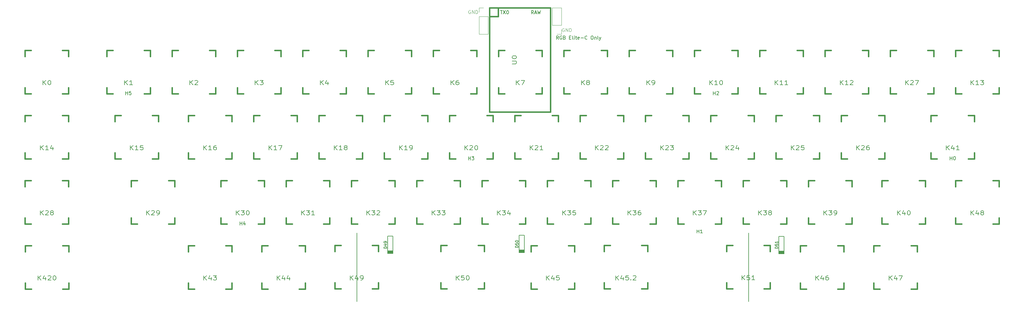
<source format=gto>
G04 #@! TF.GenerationSoftware,KiCad,Pcbnew,(5.1.2)-1*
G04 #@! TF.CreationDate,2020-06-05T12:57:31-05:00*
G04 #@! TF.ProjectId,NightmarePCB fixed NKRO,4e696768-746d-4617-9265-504342206669,rev?*
G04 #@! TF.SameCoordinates,Original*
G04 #@! TF.FileFunction,Legend,Top*
G04 #@! TF.FilePolarity,Positive*
%FSLAX46Y46*%
G04 Gerber Fmt 4.6, Leading zero omitted, Abs format (unit mm)*
G04 Created by KiCad (PCBNEW (5.1.2)-1) date 2020-06-05 12:57:31*
%MOMM*%
%LPD*%
G04 APERTURE LIST*
%ADD10C,0.100000*%
%ADD11C,0.200000*%
%ADD12C,0.120000*%
%ADD13C,0.381000*%
%ADD14C,0.150000*%
%ADD15C,0.203200*%
G04 APERTURE END LIST*
D10*
X337875975Y-97988500D02*
X337780737Y-97940880D01*
X337637880Y-97940880D01*
X337495022Y-97988500D01*
X337399784Y-98083738D01*
X337352165Y-98178976D01*
X337304546Y-98369452D01*
X337304546Y-98512309D01*
X337352165Y-98702785D01*
X337399784Y-98798023D01*
X337495022Y-98893261D01*
X337637880Y-98940880D01*
X337733118Y-98940880D01*
X337875975Y-98893261D01*
X337923594Y-98845642D01*
X337923594Y-98512309D01*
X337733118Y-98512309D01*
X338352165Y-98940880D02*
X338352165Y-97940880D01*
X338923594Y-98940880D01*
X338923594Y-97940880D01*
X339399784Y-98940880D02*
X339399784Y-97940880D01*
X339637880Y-97940880D01*
X339780737Y-97988500D01*
X339875975Y-98083738D01*
X339923594Y-98178976D01*
X339971213Y-98369452D01*
X339971213Y-98512309D01*
X339923594Y-98702785D01*
X339875975Y-98798023D01*
X339780737Y-98893261D01*
X339637880Y-98940880D01*
X339399784Y-98940880D01*
X310530335Y-92725620D02*
X310435097Y-92678000D01*
X310292240Y-92678000D01*
X310149382Y-92725620D01*
X310054144Y-92820858D01*
X310006525Y-92916096D01*
X309958906Y-93106572D01*
X309958906Y-93249429D01*
X310006525Y-93439905D01*
X310054144Y-93535143D01*
X310149382Y-93630381D01*
X310292240Y-93678000D01*
X310387478Y-93678000D01*
X310530335Y-93630381D01*
X310577954Y-93582762D01*
X310577954Y-93249429D01*
X310387478Y-93249429D01*
X311006525Y-93678000D02*
X311006525Y-92678000D01*
X311577954Y-93678000D01*
X311577954Y-92678000D01*
X312054144Y-93678000D02*
X312054144Y-92678000D01*
X312292240Y-92678000D01*
X312435097Y-92725620D01*
X312530335Y-92820858D01*
X312577954Y-92916096D01*
X312625573Y-93106572D01*
X312625573Y-93249429D01*
X312577954Y-93439905D01*
X312530335Y-93535143D01*
X312435097Y-93630381D01*
X312292240Y-93678000D01*
X312054144Y-93678000D01*
D11*
X336224977Y-101190050D02*
X335891643Y-100713860D01*
X335653548Y-101190050D02*
X335653548Y-100190050D01*
X336034500Y-100190050D01*
X336129739Y-100237670D01*
X336177358Y-100285289D01*
X336224977Y-100380527D01*
X336224977Y-100523384D01*
X336177358Y-100618622D01*
X336129739Y-100666241D01*
X336034500Y-100713860D01*
X335653548Y-100713860D01*
X337177358Y-100237670D02*
X337082120Y-100190050D01*
X336939262Y-100190050D01*
X336796405Y-100237670D01*
X336701167Y-100332908D01*
X336653548Y-100428146D01*
X336605929Y-100618622D01*
X336605929Y-100761479D01*
X336653548Y-100951955D01*
X336701167Y-101047193D01*
X336796405Y-101142431D01*
X336939262Y-101190050D01*
X337034500Y-101190050D01*
X337177358Y-101142431D01*
X337224977Y-101094812D01*
X337224977Y-100761479D01*
X337034500Y-100761479D01*
X337986881Y-100666241D02*
X338129739Y-100713860D01*
X338177358Y-100761479D01*
X338224977Y-100856717D01*
X338224977Y-100999574D01*
X338177358Y-101094812D01*
X338129739Y-101142431D01*
X338034500Y-101190050D01*
X337653548Y-101190050D01*
X337653548Y-100190050D01*
X337986881Y-100190050D01*
X338082120Y-100237670D01*
X338129739Y-100285289D01*
X338177358Y-100380527D01*
X338177358Y-100475765D01*
X338129739Y-100571003D01*
X338082120Y-100618622D01*
X337986881Y-100666241D01*
X337653548Y-100666241D01*
X339415453Y-100666241D02*
X339748786Y-100666241D01*
X339891643Y-101190050D02*
X339415453Y-101190050D01*
X339415453Y-100190050D01*
X339891643Y-100190050D01*
X340463072Y-101190050D02*
X340367834Y-101142431D01*
X340320215Y-101047193D01*
X340320215Y-100190050D01*
X340844024Y-101190050D02*
X340844024Y-100523384D01*
X340844024Y-100190050D02*
X340796405Y-100237670D01*
X340844024Y-100285289D01*
X340891643Y-100237670D01*
X340844024Y-100190050D01*
X340844024Y-100285289D01*
X341177358Y-100523384D02*
X341558310Y-100523384D01*
X341320215Y-100190050D02*
X341320215Y-101047193D01*
X341367834Y-101142431D01*
X341463072Y-101190050D01*
X341558310Y-101190050D01*
X342272596Y-101142431D02*
X342177358Y-101190050D01*
X341986881Y-101190050D01*
X341891643Y-101142431D01*
X341844024Y-101047193D01*
X341844024Y-100666241D01*
X341891643Y-100571003D01*
X341986881Y-100523384D01*
X342177358Y-100523384D01*
X342272596Y-100571003D01*
X342320215Y-100666241D01*
X342320215Y-100761479D01*
X341844024Y-100856717D01*
X342748786Y-100809098D02*
X343510691Y-100809098D01*
X344558310Y-101094812D02*
X344510691Y-101142431D01*
X344367834Y-101190050D01*
X344272596Y-101190050D01*
X344129739Y-101142431D01*
X344034500Y-101047193D01*
X343986881Y-100951955D01*
X343939262Y-100761479D01*
X343939262Y-100618622D01*
X343986881Y-100428146D01*
X344034500Y-100332908D01*
X344129739Y-100237670D01*
X344272596Y-100190050D01*
X344367834Y-100190050D01*
X344510691Y-100237670D01*
X344558310Y-100285289D01*
X345939262Y-100190050D02*
X346129739Y-100190050D01*
X346224977Y-100237670D01*
X346320215Y-100332908D01*
X346367834Y-100523384D01*
X346367834Y-100856717D01*
X346320215Y-101047193D01*
X346224977Y-101142431D01*
X346129739Y-101190050D01*
X345939262Y-101190050D01*
X345844024Y-101142431D01*
X345748786Y-101047193D01*
X345701167Y-100856717D01*
X345701167Y-100523384D01*
X345748786Y-100332908D01*
X345844024Y-100237670D01*
X345939262Y-100190050D01*
X346796405Y-100523384D02*
X346796405Y-101190050D01*
X346796405Y-100618622D02*
X346844024Y-100571003D01*
X346939262Y-100523384D01*
X347082120Y-100523384D01*
X347177358Y-100571003D01*
X347224977Y-100666241D01*
X347224977Y-101190050D01*
X347844024Y-101190050D02*
X347748786Y-101142431D01*
X347701167Y-101047193D01*
X347701167Y-100190050D01*
X348129739Y-100523384D02*
X348367834Y-101190050D01*
X348605929Y-100523384D02*
X348367834Y-101190050D01*
X348272596Y-101428146D01*
X348224977Y-101475765D01*
X348129739Y-101523384D01*
D12*
X337062120Y-91946420D02*
X334402120Y-91946420D01*
X337062120Y-97086420D02*
X337062120Y-91946420D01*
X334402120Y-97086420D02*
X334402120Y-91946420D01*
X337062120Y-97086420D02*
X334402120Y-97086420D01*
X337062120Y-98356420D02*
X337062120Y-99686420D01*
X337062120Y-99686420D02*
X335732120Y-99686420D01*
X313030560Y-99671180D02*
X315690560Y-99671180D01*
X313030560Y-94531180D02*
X313030560Y-99671180D01*
X315690560Y-94531180D02*
X315690560Y-99671180D01*
X313030560Y-94531180D02*
X315690560Y-94531180D01*
X313030560Y-93261180D02*
X313030560Y-91931180D01*
X313030560Y-91931180D02*
X314360560Y-91931180D01*
D13*
X385241800Y-163271200D02*
X385241800Y-161493200D01*
X385241800Y-174193200D02*
X385241800Y-172415200D01*
X387019800Y-174193200D02*
X385241800Y-174193200D01*
X397941800Y-174193200D02*
X396163800Y-174193200D01*
X397941800Y-172415200D02*
X397941800Y-174193200D01*
X397941800Y-161493200D02*
X397941800Y-163271200D01*
X396163800Y-161493200D02*
X397941800Y-161493200D01*
X385241800Y-161493200D02*
X387019800Y-161493200D01*
X349529400Y-163296600D02*
X349529400Y-161518600D01*
X349529400Y-174218600D02*
X349529400Y-172440600D01*
X351307400Y-174218600D02*
X349529400Y-174218600D01*
X362229400Y-174218600D02*
X360451400Y-174218600D01*
X362229400Y-172440600D02*
X362229400Y-174218600D01*
X362229400Y-161518600D02*
X362229400Y-163296600D01*
X360451400Y-161518600D02*
X362229400Y-161518600D01*
X349529400Y-161518600D02*
X351307400Y-161518600D01*
X301904400Y-163296600D02*
X301904400Y-161518600D01*
X301904400Y-174218600D02*
X301904400Y-172440600D01*
X303682400Y-174218600D02*
X301904400Y-174218600D01*
X314604400Y-174218600D02*
X312826400Y-174218600D01*
X314604400Y-172440600D02*
X314604400Y-174218600D01*
X314604400Y-161518600D02*
X314604400Y-163296600D01*
X312826400Y-161518600D02*
X314604400Y-161518600D01*
X301904400Y-161518600D02*
X303682400Y-161518600D01*
X270967200Y-163296600D02*
X270967200Y-161518600D01*
X270967200Y-174218600D02*
X270967200Y-172440600D01*
X272745200Y-174218600D02*
X270967200Y-174218600D01*
X283667200Y-174218600D02*
X281889200Y-174218600D01*
X283667200Y-172440600D02*
X283667200Y-174218600D01*
X283667200Y-161518600D02*
X283667200Y-163296600D01*
X281889200Y-161518600D02*
X283667200Y-161518600D01*
X270967200Y-161518600D02*
X272745200Y-161518600D01*
X318668400Y-94518480D02*
X316128400Y-94518480D01*
X318668400Y-91978480D02*
X318668400Y-94518480D01*
X333908400Y-122458480D02*
X333908400Y-91978480D01*
X316128400Y-122458480D02*
X333908400Y-122458480D01*
X316128400Y-91978480D02*
X316128400Y-122458480D01*
X333908400Y-91978480D02*
X316128400Y-91978480D01*
X444896496Y-125206016D02*
X444896496Y-123428016D01*
X444896496Y-136128016D02*
X444896496Y-134350016D01*
X446674496Y-136128016D02*
X444896496Y-136128016D01*
X457596496Y-136128016D02*
X455818496Y-136128016D01*
X457596496Y-134350016D02*
X457596496Y-136128016D01*
X457596496Y-123428016D02*
X457596496Y-125206016D01*
X455818496Y-123428016D02*
X457596496Y-123428016D01*
X444896496Y-123428016D02*
X446674496Y-123428016D01*
X418702768Y-125206016D02*
X418702768Y-123428016D01*
X418702768Y-136128016D02*
X418702768Y-134350016D01*
X420480768Y-136128016D02*
X418702768Y-136128016D01*
X431402768Y-136128016D02*
X429624768Y-136128016D01*
X431402768Y-134350016D02*
X431402768Y-136128016D01*
X431402768Y-123428016D02*
X431402768Y-125206016D01*
X429624768Y-123428016D02*
X431402768Y-123428016D01*
X418702768Y-123428016D02*
X420480768Y-123428016D01*
X180578125Y-104378125D02*
X182356125Y-104378125D01*
X191500125Y-104378125D02*
X193278125Y-104378125D01*
X193278125Y-104378125D02*
X193278125Y-106156125D01*
X193278125Y-115300125D02*
X193278125Y-117078125D01*
X193278125Y-117078125D02*
X191500125Y-117078125D01*
X182356125Y-117078125D02*
X180578125Y-117078125D01*
X180578125Y-117078125D02*
X180578125Y-115300125D01*
X180578125Y-106156125D02*
X180578125Y-104378125D01*
X204390448Y-104378032D02*
X206168448Y-104378032D01*
X215312448Y-104378032D02*
X217090448Y-104378032D01*
X217090448Y-104378032D02*
X217090448Y-106156032D01*
X217090448Y-115300032D02*
X217090448Y-117078032D01*
X217090448Y-117078032D02*
X215312448Y-117078032D01*
X206168448Y-117078032D02*
X204390448Y-117078032D01*
X204390448Y-117078032D02*
X204390448Y-115300032D01*
X204390448Y-106156032D02*
X204390448Y-104378032D01*
X223440432Y-104378032D02*
X225218432Y-104378032D01*
X234362432Y-104378032D02*
X236140432Y-104378032D01*
X236140432Y-104378032D02*
X236140432Y-106156032D01*
X236140432Y-115300032D02*
X236140432Y-117078032D01*
X236140432Y-117078032D02*
X234362432Y-117078032D01*
X225218432Y-117078032D02*
X223440432Y-117078032D01*
X223440432Y-117078032D02*
X223440432Y-115300032D01*
X223440432Y-106156032D02*
X223440432Y-104378032D01*
X242490416Y-104378032D02*
X244268416Y-104378032D01*
X253412416Y-104378032D02*
X255190416Y-104378032D01*
X255190416Y-104378032D02*
X255190416Y-106156032D01*
X255190416Y-115300032D02*
X255190416Y-117078032D01*
X255190416Y-117078032D02*
X253412416Y-117078032D01*
X244268416Y-117078032D02*
X242490416Y-117078032D01*
X242490416Y-117078032D02*
X242490416Y-115300032D01*
X242490416Y-106156032D02*
X242490416Y-104378032D01*
X261540400Y-104378032D02*
X263318400Y-104378032D01*
X272462400Y-104378032D02*
X274240400Y-104378032D01*
X274240400Y-104378032D02*
X274240400Y-106156032D01*
X274240400Y-115300032D02*
X274240400Y-117078032D01*
X274240400Y-117078032D02*
X272462400Y-117078032D01*
X263318400Y-117078032D02*
X261540400Y-117078032D01*
X261540400Y-117078032D02*
X261540400Y-115300032D01*
X261540400Y-106156032D02*
X261540400Y-104378032D01*
X280590384Y-106156032D02*
X280590384Y-104378032D01*
X280590384Y-117078032D02*
X280590384Y-115300032D01*
X282368384Y-117078032D02*
X280590384Y-117078032D01*
X293290384Y-117078032D02*
X291512384Y-117078032D01*
X293290384Y-115300032D02*
X293290384Y-117078032D01*
X293290384Y-104378032D02*
X293290384Y-106156032D01*
X291512384Y-104378032D02*
X293290384Y-104378032D01*
X280590384Y-104378032D02*
X282368384Y-104378032D01*
X299640368Y-106156032D02*
X299640368Y-104378032D01*
X299640368Y-117078032D02*
X299640368Y-115300032D01*
X301418368Y-117078032D02*
X299640368Y-117078032D01*
X312340368Y-117078032D02*
X310562368Y-117078032D01*
X312340368Y-115300032D02*
X312340368Y-117078032D01*
X312340368Y-104378032D02*
X312340368Y-106156032D01*
X310562368Y-104378032D02*
X312340368Y-104378032D01*
X299640368Y-104378032D02*
X301418368Y-104378032D01*
X318690352Y-104378032D02*
X320468352Y-104378032D01*
X329612352Y-104378032D02*
X331390352Y-104378032D01*
X331390352Y-104378032D02*
X331390352Y-106156032D01*
X331390352Y-115300032D02*
X331390352Y-117078032D01*
X331390352Y-117078032D02*
X329612352Y-117078032D01*
X320468352Y-117078032D02*
X318690352Y-117078032D01*
X318690352Y-117078032D02*
X318690352Y-115300032D01*
X318690352Y-106156032D02*
X318690352Y-104378032D01*
X337740336Y-106156032D02*
X337740336Y-104378032D01*
X337740336Y-117078032D02*
X337740336Y-115300032D01*
X339518336Y-117078032D02*
X337740336Y-117078032D01*
X350440336Y-117078032D02*
X348662336Y-117078032D01*
X350440336Y-115300032D02*
X350440336Y-117078032D01*
X350440336Y-104378032D02*
X350440336Y-106156032D01*
X348662336Y-104378032D02*
X350440336Y-104378032D01*
X337740336Y-104378032D02*
X339518336Y-104378032D01*
X356790320Y-104378032D02*
X358568320Y-104378032D01*
X367712320Y-104378032D02*
X369490320Y-104378032D01*
X369490320Y-104378032D02*
X369490320Y-106156032D01*
X369490320Y-115300032D02*
X369490320Y-117078032D01*
X369490320Y-117078032D02*
X367712320Y-117078032D01*
X358568320Y-117078032D02*
X356790320Y-117078032D01*
X356790320Y-117078032D02*
X356790320Y-115300032D01*
X356790320Y-106156032D02*
X356790320Y-104378032D01*
X375840304Y-106156032D02*
X375840304Y-104378032D01*
X375840304Y-117078032D02*
X375840304Y-115300032D01*
X377618304Y-117078032D02*
X375840304Y-117078032D01*
X388540304Y-117078032D02*
X386762304Y-117078032D01*
X388540304Y-115300032D02*
X388540304Y-117078032D01*
X388540304Y-104378032D02*
X388540304Y-106156032D01*
X386762304Y-104378032D02*
X388540304Y-104378032D01*
X375840304Y-104378032D02*
X377618304Y-104378032D01*
X394890288Y-104378032D02*
X396668288Y-104378032D01*
X405812288Y-104378032D02*
X407590288Y-104378032D01*
X407590288Y-104378032D02*
X407590288Y-106156032D01*
X407590288Y-115300032D02*
X407590288Y-117078032D01*
X407590288Y-117078032D02*
X405812288Y-117078032D01*
X396668288Y-117078032D02*
X394890288Y-117078032D01*
X394890288Y-117078032D02*
X394890288Y-115300032D01*
X394890288Y-106156032D02*
X394890288Y-104378032D01*
X413940272Y-106156032D02*
X413940272Y-104378032D01*
X413940272Y-117078032D02*
X413940272Y-115300032D01*
X415718272Y-117078032D02*
X413940272Y-117078032D01*
X426640272Y-117078032D02*
X424862272Y-117078032D01*
X426640272Y-115300032D02*
X426640272Y-117078032D01*
X426640272Y-104378032D02*
X426640272Y-106156032D01*
X424862272Y-104378032D02*
X426640272Y-104378032D01*
X413940272Y-104378032D02*
X415718272Y-104378032D01*
X452040240Y-106156032D02*
X452040240Y-104378032D01*
X452040240Y-117078032D02*
X452040240Y-115300032D01*
X453818240Y-117078032D02*
X452040240Y-117078032D01*
X464740240Y-117078032D02*
X462962240Y-117078032D01*
X464740240Y-115300032D02*
X464740240Y-117078032D01*
X464740240Y-104378032D02*
X464740240Y-106156032D01*
X462962240Y-104378032D02*
X464740240Y-104378032D01*
X452040240Y-104378032D02*
X453818240Y-104378032D01*
X180577968Y-125206016D02*
X180577968Y-123428016D01*
X180577968Y-136128016D02*
X180577968Y-134350016D01*
X182355968Y-136128016D02*
X180577968Y-136128016D01*
X193277968Y-136128016D02*
X191499968Y-136128016D01*
X193277968Y-134350016D02*
X193277968Y-136128016D01*
X193277968Y-123428016D02*
X193277968Y-125206016D01*
X191499968Y-123428016D02*
X193277968Y-123428016D01*
X180577968Y-123428016D02*
X182355968Y-123428016D01*
X206771696Y-123428016D02*
X208549696Y-123428016D01*
X217693696Y-123428016D02*
X219471696Y-123428016D01*
X219471696Y-123428016D02*
X219471696Y-125206016D01*
X219471696Y-134350016D02*
X219471696Y-136128016D01*
X219471696Y-136128016D02*
X217693696Y-136128016D01*
X208549696Y-136128016D02*
X206771696Y-136128016D01*
X206771696Y-136128016D02*
X206771696Y-134350016D01*
X206771696Y-125206016D02*
X206771696Y-123428016D01*
X228202928Y-125206016D02*
X228202928Y-123428016D01*
X228202928Y-136128016D02*
X228202928Y-134350016D01*
X229980928Y-136128016D02*
X228202928Y-136128016D01*
X240902928Y-136128016D02*
X239124928Y-136128016D01*
X240902928Y-134350016D02*
X240902928Y-136128016D01*
X240902928Y-123428016D02*
X240902928Y-125206016D01*
X239124928Y-123428016D02*
X240902928Y-123428016D01*
X228202928Y-123428016D02*
X229980928Y-123428016D01*
X247252912Y-123428016D02*
X249030912Y-123428016D01*
X258174912Y-123428016D02*
X259952912Y-123428016D01*
X259952912Y-123428016D02*
X259952912Y-125206016D01*
X259952912Y-134350016D02*
X259952912Y-136128016D01*
X259952912Y-136128016D02*
X258174912Y-136128016D01*
X249030912Y-136128016D02*
X247252912Y-136128016D01*
X247252912Y-136128016D02*
X247252912Y-134350016D01*
X247252912Y-125206016D02*
X247252912Y-123428016D01*
X266302896Y-123428016D02*
X268080896Y-123428016D01*
X277224896Y-123428016D02*
X279002896Y-123428016D01*
X279002896Y-123428016D02*
X279002896Y-125206016D01*
X279002896Y-134350016D02*
X279002896Y-136128016D01*
X279002896Y-136128016D02*
X277224896Y-136128016D01*
X268080896Y-136128016D02*
X266302896Y-136128016D01*
X266302896Y-136128016D02*
X266302896Y-134350016D01*
X266302896Y-125206016D02*
X266302896Y-123428016D01*
X285352880Y-123428016D02*
X287130880Y-123428016D01*
X296274880Y-123428016D02*
X298052880Y-123428016D01*
X298052880Y-123428016D02*
X298052880Y-125206016D01*
X298052880Y-134350016D02*
X298052880Y-136128016D01*
X298052880Y-136128016D02*
X296274880Y-136128016D01*
X287130880Y-136128016D02*
X285352880Y-136128016D01*
X285352880Y-136128016D02*
X285352880Y-134350016D01*
X285352880Y-125206016D02*
X285352880Y-123428016D01*
X304402864Y-125206016D02*
X304402864Y-123428016D01*
X304402864Y-136128016D02*
X304402864Y-134350016D01*
X306180864Y-136128016D02*
X304402864Y-136128016D01*
X317102864Y-136128016D02*
X315324864Y-136128016D01*
X317102864Y-134350016D02*
X317102864Y-136128016D01*
X317102864Y-123428016D02*
X317102864Y-125206016D01*
X315324864Y-123428016D02*
X317102864Y-123428016D01*
X304402864Y-123428016D02*
X306180864Y-123428016D01*
X323452848Y-123428016D02*
X325230848Y-123428016D01*
X334374848Y-123428016D02*
X336152848Y-123428016D01*
X336152848Y-123428016D02*
X336152848Y-125206016D01*
X336152848Y-134350016D02*
X336152848Y-136128016D01*
X336152848Y-136128016D02*
X334374848Y-136128016D01*
X325230848Y-136128016D02*
X323452848Y-136128016D01*
X323452848Y-136128016D02*
X323452848Y-134350016D01*
X323452848Y-125206016D02*
X323452848Y-123428016D01*
X342502832Y-125206016D02*
X342502832Y-123428016D01*
X342502832Y-136128016D02*
X342502832Y-134350016D01*
X344280832Y-136128016D02*
X342502832Y-136128016D01*
X355202832Y-136128016D02*
X353424832Y-136128016D01*
X355202832Y-134350016D02*
X355202832Y-136128016D01*
X355202832Y-123428016D02*
X355202832Y-125206016D01*
X353424832Y-123428016D02*
X355202832Y-123428016D01*
X342502832Y-123428016D02*
X344280832Y-123428016D01*
X361552816Y-125206016D02*
X361552816Y-123428016D01*
X361552816Y-136128016D02*
X361552816Y-134350016D01*
X363330816Y-136128016D02*
X361552816Y-136128016D01*
X374252816Y-136128016D02*
X372474816Y-136128016D01*
X374252816Y-134350016D02*
X374252816Y-136128016D01*
X374252816Y-123428016D02*
X374252816Y-125206016D01*
X372474816Y-123428016D02*
X374252816Y-123428016D01*
X361552816Y-123428016D02*
X363330816Y-123428016D01*
X380602800Y-123428016D02*
X382380800Y-123428016D01*
X391524800Y-123428016D02*
X393302800Y-123428016D01*
X393302800Y-123428016D02*
X393302800Y-125206016D01*
X393302800Y-134350016D02*
X393302800Y-136128016D01*
X393302800Y-136128016D02*
X391524800Y-136128016D01*
X382380800Y-136128016D02*
X380602800Y-136128016D01*
X380602800Y-136128016D02*
X380602800Y-134350016D01*
X380602800Y-125206016D02*
X380602800Y-123428016D01*
X399652784Y-125206016D02*
X399652784Y-123428016D01*
X399652784Y-136128016D02*
X399652784Y-134350016D01*
X401430784Y-136128016D02*
X399652784Y-136128016D01*
X412352784Y-136128016D02*
X410574784Y-136128016D01*
X412352784Y-134350016D02*
X412352784Y-136128016D01*
X412352784Y-123428016D02*
X412352784Y-125206016D01*
X410574784Y-123428016D02*
X412352784Y-123428016D01*
X399652784Y-123428016D02*
X401430784Y-123428016D01*
X432990256Y-104378032D02*
X434768256Y-104378032D01*
X443912256Y-104378032D02*
X445690256Y-104378032D01*
X445690256Y-104378032D02*
X445690256Y-106156032D01*
X445690256Y-115300032D02*
X445690256Y-117078032D01*
X445690256Y-117078032D02*
X443912256Y-117078032D01*
X434768256Y-117078032D02*
X432990256Y-117078032D01*
X432990256Y-117078032D02*
X432990256Y-115300032D01*
X432990256Y-106156032D02*
X432990256Y-104378032D01*
X180577968Y-142478000D02*
X182355968Y-142478000D01*
X191499968Y-142478000D02*
X193277968Y-142478000D01*
X193277968Y-142478000D02*
X193277968Y-144256000D01*
X193277968Y-153400000D02*
X193277968Y-155178000D01*
X193277968Y-155178000D02*
X191499968Y-155178000D01*
X182355968Y-155178000D02*
X180577968Y-155178000D01*
X180577968Y-155178000D02*
X180577968Y-153400000D01*
X180577968Y-144256000D02*
X180577968Y-142478000D01*
X211534192Y-144256000D02*
X211534192Y-142478000D01*
X211534192Y-155178000D02*
X211534192Y-153400000D01*
X213312192Y-155178000D02*
X211534192Y-155178000D01*
X224234192Y-155178000D02*
X222456192Y-155178000D01*
X224234192Y-153400000D02*
X224234192Y-155178000D01*
X224234192Y-142478000D02*
X224234192Y-144256000D01*
X222456192Y-142478000D02*
X224234192Y-142478000D01*
X211534192Y-142478000D02*
X213312192Y-142478000D01*
X237727920Y-142478000D02*
X239505920Y-142478000D01*
X248649920Y-142478000D02*
X250427920Y-142478000D01*
X250427920Y-142478000D02*
X250427920Y-144256000D01*
X250427920Y-153400000D02*
X250427920Y-155178000D01*
X250427920Y-155178000D02*
X248649920Y-155178000D01*
X239505920Y-155178000D02*
X237727920Y-155178000D01*
X237727920Y-155178000D02*
X237727920Y-153400000D01*
X237727920Y-144256000D02*
X237727920Y-142478000D01*
X256777904Y-144256000D02*
X256777904Y-142478000D01*
X256777904Y-155178000D02*
X256777904Y-153400000D01*
X258555904Y-155178000D02*
X256777904Y-155178000D01*
X269477904Y-155178000D02*
X267699904Y-155178000D01*
X269477904Y-153400000D02*
X269477904Y-155178000D01*
X269477904Y-142478000D02*
X269477904Y-144256000D01*
X267699904Y-142478000D02*
X269477904Y-142478000D01*
X256777904Y-142478000D02*
X258555904Y-142478000D01*
X275827888Y-144256000D02*
X275827888Y-142478000D01*
X275827888Y-155178000D02*
X275827888Y-153400000D01*
X277605888Y-155178000D02*
X275827888Y-155178000D01*
X288527888Y-155178000D02*
X286749888Y-155178000D01*
X288527888Y-153400000D02*
X288527888Y-155178000D01*
X288527888Y-142478000D02*
X288527888Y-144256000D01*
X286749888Y-142478000D02*
X288527888Y-142478000D01*
X275827888Y-142478000D02*
X277605888Y-142478000D01*
X294877872Y-144256000D02*
X294877872Y-142478000D01*
X294877872Y-155178000D02*
X294877872Y-153400000D01*
X296655872Y-155178000D02*
X294877872Y-155178000D01*
X307577872Y-155178000D02*
X305799872Y-155178000D01*
X307577872Y-153400000D02*
X307577872Y-155178000D01*
X307577872Y-142478000D02*
X307577872Y-144256000D01*
X305799872Y-142478000D02*
X307577872Y-142478000D01*
X294877872Y-142478000D02*
X296655872Y-142478000D01*
X313927856Y-144256000D02*
X313927856Y-142478000D01*
X313927856Y-155178000D02*
X313927856Y-153400000D01*
X315705856Y-155178000D02*
X313927856Y-155178000D01*
X326627856Y-155178000D02*
X324849856Y-155178000D01*
X326627856Y-153400000D02*
X326627856Y-155178000D01*
X326627856Y-142478000D02*
X326627856Y-144256000D01*
X324849856Y-142478000D02*
X326627856Y-142478000D01*
X313927856Y-142478000D02*
X315705856Y-142478000D01*
X332977840Y-142478000D02*
X334755840Y-142478000D01*
X343899840Y-142478000D02*
X345677840Y-142478000D01*
X345677840Y-142478000D02*
X345677840Y-144256000D01*
X345677840Y-153400000D02*
X345677840Y-155178000D01*
X345677840Y-155178000D02*
X343899840Y-155178000D01*
X334755840Y-155178000D02*
X332977840Y-155178000D01*
X332977840Y-155178000D02*
X332977840Y-153400000D01*
X332977840Y-144256000D02*
X332977840Y-142478000D01*
X352027824Y-142478000D02*
X353805824Y-142478000D01*
X362949824Y-142478000D02*
X364727824Y-142478000D01*
X364727824Y-142478000D02*
X364727824Y-144256000D01*
X364727824Y-153400000D02*
X364727824Y-155178000D01*
X364727824Y-155178000D02*
X362949824Y-155178000D01*
X353805824Y-155178000D02*
X352027824Y-155178000D01*
X352027824Y-155178000D02*
X352027824Y-153400000D01*
X352027824Y-144256000D02*
X352027824Y-142478000D01*
X371077808Y-144256000D02*
X371077808Y-142478000D01*
X371077808Y-155178000D02*
X371077808Y-153400000D01*
X372855808Y-155178000D02*
X371077808Y-155178000D01*
X383777808Y-155178000D02*
X381999808Y-155178000D01*
X383777808Y-153400000D02*
X383777808Y-155178000D01*
X383777808Y-142478000D02*
X383777808Y-144256000D01*
X381999808Y-142478000D02*
X383777808Y-142478000D01*
X371077808Y-142478000D02*
X372855808Y-142478000D01*
X390127792Y-142478000D02*
X391905792Y-142478000D01*
X401049792Y-142478000D02*
X402827792Y-142478000D01*
X402827792Y-142478000D02*
X402827792Y-144256000D01*
X402827792Y-153400000D02*
X402827792Y-155178000D01*
X402827792Y-155178000D02*
X401049792Y-155178000D01*
X391905792Y-155178000D02*
X390127792Y-155178000D01*
X390127792Y-155178000D02*
X390127792Y-153400000D01*
X390127792Y-144256000D02*
X390127792Y-142478000D01*
X409177776Y-144256000D02*
X409177776Y-142478000D01*
X409177776Y-155178000D02*
X409177776Y-153400000D01*
X410955776Y-155178000D02*
X409177776Y-155178000D01*
X421877776Y-155178000D02*
X420099776Y-155178000D01*
X421877776Y-153400000D02*
X421877776Y-155178000D01*
X421877776Y-142478000D02*
X421877776Y-144256000D01*
X420099776Y-142478000D02*
X421877776Y-142478000D01*
X409177776Y-142478000D02*
X410955776Y-142478000D01*
X430609008Y-144256000D02*
X430609008Y-142478000D01*
X430609008Y-155178000D02*
X430609008Y-153400000D01*
X432387008Y-155178000D02*
X430609008Y-155178000D01*
X443309008Y-155178000D02*
X441531008Y-155178000D01*
X443309008Y-153400000D02*
X443309008Y-155178000D01*
X443309008Y-142478000D02*
X443309008Y-144256000D01*
X441531008Y-142478000D02*
X443309008Y-142478000D01*
X430609008Y-142478000D02*
X432387008Y-142478000D01*
X228202928Y-163305984D02*
X228202928Y-161527984D01*
X228202928Y-174227984D02*
X228202928Y-172449984D01*
X229980928Y-174227984D02*
X228202928Y-174227984D01*
X240902928Y-174227984D02*
X239124928Y-174227984D01*
X240902928Y-172449984D02*
X240902928Y-174227984D01*
X240902928Y-161527984D02*
X240902928Y-163305984D01*
X239124928Y-161527984D02*
X240902928Y-161527984D01*
X228202928Y-161527984D02*
X229980928Y-161527984D01*
X249614312Y-163305984D02*
X249614312Y-161527984D01*
X249614312Y-174227984D02*
X249614312Y-172449984D01*
X251392312Y-174227984D02*
X249614312Y-174227984D01*
X262314312Y-174227984D02*
X260536312Y-174227984D01*
X262314312Y-172449984D02*
X262314312Y-174227984D01*
X262314312Y-161527984D02*
X262314312Y-163305984D01*
X260536312Y-161527984D02*
X262314312Y-161527984D01*
X249614312Y-161527984D02*
X251392312Y-161527984D01*
D14*
X277415344Y-157877984D02*
X277415344Y-177877984D01*
X391715344Y-157877984D02*
X391715344Y-177877984D01*
D13*
X328215344Y-161527984D02*
X329993344Y-161527984D01*
X339137344Y-161527984D02*
X340915344Y-161527984D01*
X340915344Y-161527984D02*
X340915344Y-163305984D01*
X340915344Y-172449984D02*
X340915344Y-174227984D01*
X340915344Y-174227984D02*
X339137344Y-174227984D01*
X329993344Y-174227984D02*
X328215344Y-174227984D01*
X328215344Y-174227984D02*
X328215344Y-172449984D01*
X328215344Y-163305984D02*
X328215344Y-161527984D01*
X406796528Y-161527984D02*
X408574528Y-161527984D01*
X417718528Y-161527984D02*
X419496528Y-161527984D01*
X419496528Y-161527984D02*
X419496528Y-163305984D01*
X419496528Y-172449984D02*
X419496528Y-174227984D01*
X419496528Y-174227984D02*
X417718528Y-174227984D01*
X408574528Y-174227984D02*
X406796528Y-174227984D01*
X406796528Y-174227984D02*
X406796528Y-172449984D01*
X406796528Y-163305984D02*
X406796528Y-161527984D01*
X428227760Y-163305984D02*
X428227760Y-161527984D01*
X428227760Y-174227984D02*
X428227760Y-172449984D01*
X430005760Y-174227984D02*
X428227760Y-174227984D01*
X440927760Y-174227984D02*
X439149760Y-174227984D01*
X440927760Y-172449984D02*
X440927760Y-174227984D01*
X440927760Y-161527984D02*
X440927760Y-163305984D01*
X439149760Y-161527984D02*
X440927760Y-161527984D01*
X428227760Y-161527984D02*
X430005760Y-161527984D01*
X452040240Y-142478000D02*
X453818240Y-142478000D01*
X462962240Y-142478000D02*
X464740240Y-142478000D01*
X464740240Y-142478000D02*
X464740240Y-144256000D01*
X464740240Y-153400000D02*
X464740240Y-155178000D01*
X464740240Y-155178000D02*
X462962240Y-155178000D01*
X453818240Y-155178000D02*
X452040240Y-155178000D01*
X452040240Y-155178000D02*
X452040240Y-153400000D01*
X452040240Y-144256000D02*
X452040240Y-142478000D01*
X180597816Y-163305984D02*
X180597816Y-161527984D01*
X180597816Y-174227984D02*
X180597816Y-172449984D01*
X182375816Y-174227984D02*
X180597816Y-174227984D01*
X193297816Y-174227984D02*
X191519816Y-174227984D01*
X193297816Y-172449984D02*
X193297816Y-174227984D01*
X193297816Y-161527984D02*
X193297816Y-163305984D01*
X191519816Y-161527984D02*
X193297816Y-161527984D01*
X180597816Y-161527984D02*
X182375816Y-161527984D01*
D14*
X286385000Y-163118800D02*
X287909000Y-163118800D01*
X286385000Y-163245800D02*
X287909000Y-163245800D01*
X287909000Y-163372800D02*
X286385000Y-163372800D01*
X286385000Y-163753800D02*
X287909000Y-163753800D01*
X287909000Y-163626800D02*
X286385000Y-163626800D01*
X286385000Y-163499800D02*
X287909000Y-163499800D01*
X286385000Y-158800800D02*
X286385000Y-159308800D01*
X287909000Y-158800800D02*
X286385000Y-158800800D01*
X287909000Y-163880800D02*
X287909000Y-158800800D01*
X286385000Y-163880800D02*
X287909000Y-163880800D01*
X286385000Y-158800800D02*
X286385000Y-163880800D01*
X324739000Y-158546800D02*
X324739000Y-163626800D01*
X324739000Y-163626800D02*
X326263000Y-163626800D01*
X326263000Y-163626800D02*
X326263000Y-158546800D01*
X326263000Y-158546800D02*
X324739000Y-158546800D01*
X324739000Y-158546800D02*
X324739000Y-159054800D01*
X324739000Y-163245800D02*
X326263000Y-163245800D01*
X326263000Y-163372800D02*
X324739000Y-163372800D01*
X324739000Y-163499800D02*
X326263000Y-163499800D01*
X326263000Y-163118800D02*
X324739000Y-163118800D01*
X324739000Y-162991800D02*
X326263000Y-162991800D01*
X324739000Y-162864800D02*
X326263000Y-162864800D01*
X400532600Y-163144200D02*
X402056600Y-163144200D01*
X400532600Y-163271200D02*
X402056600Y-163271200D01*
X402056600Y-163398200D02*
X400532600Y-163398200D01*
X400532600Y-163779200D02*
X402056600Y-163779200D01*
X402056600Y-163652200D02*
X400532600Y-163652200D01*
X400532600Y-163525200D02*
X402056600Y-163525200D01*
X400532600Y-158826200D02*
X400532600Y-159334200D01*
X402056600Y-158826200D02*
X400532600Y-158826200D01*
X402056600Y-163906200D02*
X402056600Y-158826200D01*
X400532600Y-163906200D02*
X402056600Y-163906200D01*
X400532600Y-158826200D02*
X400532600Y-163906200D01*
D15*
X389741228Y-171592723D02*
X389741228Y-170322723D01*
X390612085Y-171592723D02*
X389958942Y-170867009D01*
X390612085Y-170322723D02*
X389741228Y-171048438D01*
X391990942Y-170322723D02*
X391265228Y-170322723D01*
X391192657Y-170927485D01*
X391265228Y-170867009D01*
X391410371Y-170806533D01*
X391773228Y-170806533D01*
X391918371Y-170867009D01*
X391990942Y-170927485D01*
X392063514Y-171048438D01*
X392063514Y-171350819D01*
X391990942Y-171471771D01*
X391918371Y-171532247D01*
X391773228Y-171592723D01*
X391410371Y-171592723D01*
X391265228Y-171532247D01*
X391192657Y-171471771D01*
X393514942Y-171592723D02*
X392644085Y-171592723D01*
X393079514Y-171592723D02*
X393079514Y-170322723D01*
X392934371Y-170504152D01*
X392789228Y-170625104D01*
X392644085Y-170685580D01*
X352940257Y-171618123D02*
X352940257Y-170348123D01*
X353811114Y-171618123D02*
X353157971Y-170892409D01*
X353811114Y-170348123D02*
X352940257Y-171073838D01*
X355117400Y-170771457D02*
X355117400Y-171618123D01*
X354754542Y-170287647D02*
X354391685Y-171194790D01*
X355335114Y-171194790D01*
X356641400Y-170348123D02*
X355915685Y-170348123D01*
X355843114Y-170952885D01*
X355915685Y-170892409D01*
X356060828Y-170831933D01*
X356423685Y-170831933D01*
X356568828Y-170892409D01*
X356641400Y-170952885D01*
X356713971Y-171073838D01*
X356713971Y-171376219D01*
X356641400Y-171497171D01*
X356568828Y-171557647D01*
X356423685Y-171618123D01*
X356060828Y-171618123D01*
X355915685Y-171557647D01*
X355843114Y-171497171D01*
X357367114Y-171497171D02*
X357439685Y-171557647D01*
X357367114Y-171618123D01*
X357294542Y-171557647D01*
X357367114Y-171497171D01*
X357367114Y-171618123D01*
X358020257Y-170469076D02*
X358092828Y-170408600D01*
X358237971Y-170348123D01*
X358600828Y-170348123D01*
X358745971Y-170408600D01*
X358818542Y-170469076D01*
X358891114Y-170590028D01*
X358891114Y-170710980D01*
X358818542Y-170892409D01*
X357947685Y-171618123D01*
X358891114Y-171618123D01*
X306403828Y-171618123D02*
X306403828Y-170348123D01*
X307274685Y-171618123D02*
X306621542Y-170892409D01*
X307274685Y-170348123D02*
X306403828Y-171073838D01*
X308653542Y-170348123D02*
X307927828Y-170348123D01*
X307855257Y-170952885D01*
X307927828Y-170892409D01*
X308072971Y-170831933D01*
X308435828Y-170831933D01*
X308580971Y-170892409D01*
X308653542Y-170952885D01*
X308726114Y-171073838D01*
X308726114Y-171376219D01*
X308653542Y-171497171D01*
X308580971Y-171557647D01*
X308435828Y-171618123D01*
X308072971Y-171618123D01*
X307927828Y-171557647D01*
X307855257Y-171497171D01*
X309669542Y-170348123D02*
X309814685Y-170348123D01*
X309959828Y-170408600D01*
X310032400Y-170469076D01*
X310104971Y-170590028D01*
X310177542Y-170831933D01*
X310177542Y-171134314D01*
X310104971Y-171376219D01*
X310032400Y-171497171D01*
X309959828Y-171557647D01*
X309814685Y-171618123D01*
X309669542Y-171618123D01*
X309524400Y-171557647D01*
X309451828Y-171497171D01*
X309379257Y-171376219D01*
X309306685Y-171134314D01*
X309306685Y-170831933D01*
X309379257Y-170590028D01*
X309451828Y-170469076D01*
X309524400Y-170408600D01*
X309669542Y-170348123D01*
X275466628Y-171618123D02*
X275466628Y-170348123D01*
X276337485Y-171618123D02*
X275684342Y-170892409D01*
X276337485Y-170348123D02*
X275466628Y-171073838D01*
X277643771Y-170771457D02*
X277643771Y-171618123D01*
X277280914Y-170287647D02*
X276918057Y-171194790D01*
X277861485Y-171194790D01*
X278514628Y-171618123D02*
X278804914Y-171618123D01*
X278950057Y-171557647D01*
X279022628Y-171497171D01*
X279167771Y-171315742D01*
X279240342Y-171073838D01*
X279240342Y-170590028D01*
X279167771Y-170469076D01*
X279095200Y-170408600D01*
X278950057Y-170348123D01*
X278659771Y-170348123D01*
X278514628Y-170408600D01*
X278442057Y-170469076D01*
X278369485Y-170590028D01*
X278369485Y-170892409D01*
X278442057Y-171013361D01*
X278514628Y-171073838D01*
X278659771Y-171134314D01*
X278950057Y-171134314D01*
X279095200Y-171073838D01*
X279167771Y-171013361D01*
X279240342Y-170892409D01*
X322697923Y-108379622D02*
X323726019Y-108379622D01*
X323846971Y-108307051D01*
X323907447Y-108234480D01*
X323967923Y-108089337D01*
X323967923Y-107799051D01*
X323907447Y-107653908D01*
X323846971Y-107581337D01*
X323726019Y-107508765D01*
X322697923Y-107508765D01*
X322697923Y-106492765D02*
X322697923Y-106347622D01*
X322758400Y-106202480D01*
X322818876Y-106129908D01*
X322939828Y-106057337D01*
X323181733Y-105984765D01*
X323484114Y-105984765D01*
X323726019Y-106057337D01*
X323846971Y-106129908D01*
X323907447Y-106202480D01*
X323967923Y-106347622D01*
X323967923Y-106492765D01*
X323907447Y-106637908D01*
X323846971Y-106710480D01*
X323726019Y-106783051D01*
X323484114Y-106855622D01*
X323181733Y-106855622D01*
X322939828Y-106783051D01*
X322818876Y-106710480D01*
X322758400Y-106637908D01*
X322697923Y-106492765D01*
D14*
X319280304Y-92770860D02*
X319851733Y-92770860D01*
X319566019Y-93770860D02*
X319566019Y-92770860D01*
X320089828Y-92770860D02*
X320756495Y-93770860D01*
X320756495Y-92770860D02*
X320089828Y-93770860D01*
X321327923Y-92770860D02*
X321423161Y-92770860D01*
X321518400Y-92818480D01*
X321566019Y-92866099D01*
X321613638Y-92961337D01*
X321661257Y-93151813D01*
X321661257Y-93389908D01*
X321613638Y-93580384D01*
X321566019Y-93675622D01*
X321518400Y-93723241D01*
X321423161Y-93770860D01*
X321327923Y-93770860D01*
X321232685Y-93723241D01*
X321185066Y-93675622D01*
X321137447Y-93580384D01*
X321089828Y-93389908D01*
X321089828Y-93151813D01*
X321137447Y-92961337D01*
X321185066Y-92866099D01*
X321232685Y-92818480D01*
X321327923Y-92770860D01*
X328927923Y-93770860D02*
X328594590Y-93294670D01*
X328356495Y-93770860D02*
X328356495Y-92770860D01*
X328737447Y-92770860D01*
X328832685Y-92818480D01*
X328880304Y-92866099D01*
X328927923Y-92961337D01*
X328927923Y-93104194D01*
X328880304Y-93199432D01*
X328832685Y-93247051D01*
X328737447Y-93294670D01*
X328356495Y-93294670D01*
X329308876Y-93485146D02*
X329785066Y-93485146D01*
X329213638Y-93770860D02*
X329546971Y-92770860D01*
X329880304Y-93770860D01*
X330118400Y-92770860D02*
X330356495Y-93770860D01*
X330546971Y-93056575D01*
X330737447Y-93770860D01*
X330975542Y-92770860D01*
D15*
X449395924Y-133527539D02*
X449395924Y-132257539D01*
X450266781Y-133527539D02*
X449613638Y-132801825D01*
X450266781Y-132257539D02*
X449395924Y-132983254D01*
X451573067Y-132680873D02*
X451573067Y-133527539D01*
X451210210Y-132197063D02*
X450847353Y-133104206D01*
X451790781Y-133104206D01*
X453169638Y-133527539D02*
X452298781Y-133527539D01*
X452734210Y-133527539D02*
X452734210Y-132257539D01*
X452589067Y-132438968D01*
X452443924Y-132559920D01*
X452298781Y-132620396D01*
X423202196Y-133527539D02*
X423202196Y-132257539D01*
X424073053Y-133527539D02*
X423419910Y-132801825D01*
X424073053Y-132257539D02*
X423202196Y-132983254D01*
X424653625Y-132378492D02*
X424726196Y-132318016D01*
X424871339Y-132257539D01*
X425234196Y-132257539D01*
X425379339Y-132318016D01*
X425451910Y-132378492D01*
X425524482Y-132499444D01*
X425524482Y-132620396D01*
X425451910Y-132801825D01*
X424581053Y-133527539D01*
X425524482Y-133527539D01*
X426830768Y-132257539D02*
X426540482Y-132257539D01*
X426395339Y-132318016D01*
X426322768Y-132378492D01*
X426177625Y-132559920D01*
X426105053Y-132801825D01*
X426105053Y-133285635D01*
X426177625Y-133406587D01*
X426250196Y-133467063D01*
X426395339Y-133527539D01*
X426685625Y-133527539D01*
X426830768Y-133467063D01*
X426903339Y-133406587D01*
X426975910Y-133285635D01*
X426975910Y-132983254D01*
X426903339Y-132862301D01*
X426830768Y-132801825D01*
X426685625Y-132741349D01*
X426395339Y-132741349D01*
X426250196Y-132801825D01*
X426177625Y-132862301D01*
X426105053Y-132983254D01*
X185803267Y-114477648D02*
X185803267Y-113207648D01*
X186674125Y-114477648D02*
X186020982Y-113751934D01*
X186674125Y-113207648D02*
X185803267Y-113933363D01*
X187617553Y-113207648D02*
X187762696Y-113207648D01*
X187907839Y-113268125D01*
X187980410Y-113328601D01*
X188052982Y-113449553D01*
X188125553Y-113691458D01*
X188125553Y-113993839D01*
X188052982Y-114235744D01*
X187980410Y-114356696D01*
X187907839Y-114417172D01*
X187762696Y-114477648D01*
X187617553Y-114477648D01*
X187472410Y-114417172D01*
X187399839Y-114356696D01*
X187327267Y-114235744D01*
X187254696Y-113993839D01*
X187254696Y-113691458D01*
X187327267Y-113449553D01*
X187399839Y-113328601D01*
X187472410Y-113268125D01*
X187617553Y-113207648D01*
X209615590Y-114477555D02*
X209615590Y-113207555D01*
X210486448Y-114477555D02*
X209833305Y-113751841D01*
X210486448Y-113207555D02*
X209615590Y-113933270D01*
X211937876Y-114477555D02*
X211067019Y-114477555D01*
X211502448Y-114477555D02*
X211502448Y-113207555D01*
X211357305Y-113388984D01*
X211212162Y-113509936D01*
X211067019Y-113570412D01*
X228665574Y-114477555D02*
X228665574Y-113207555D01*
X229536432Y-114477555D02*
X228883289Y-113751841D01*
X229536432Y-113207555D02*
X228665574Y-113933270D01*
X230117003Y-113328508D02*
X230189574Y-113268032D01*
X230334717Y-113207555D01*
X230697574Y-113207555D01*
X230842717Y-113268032D01*
X230915289Y-113328508D01*
X230987860Y-113449460D01*
X230987860Y-113570412D01*
X230915289Y-113751841D01*
X230044432Y-114477555D01*
X230987860Y-114477555D01*
X247715558Y-114477555D02*
X247715558Y-113207555D01*
X248586416Y-114477555D02*
X247933273Y-113751841D01*
X248586416Y-113207555D02*
X247715558Y-113933270D01*
X249094416Y-113207555D02*
X250037844Y-113207555D01*
X249529844Y-113691365D01*
X249747558Y-113691365D01*
X249892701Y-113751841D01*
X249965273Y-113812317D01*
X250037844Y-113933270D01*
X250037844Y-114235651D01*
X249965273Y-114356603D01*
X249892701Y-114417079D01*
X249747558Y-114477555D01*
X249312130Y-114477555D01*
X249166987Y-114417079D01*
X249094416Y-114356603D01*
X266765542Y-114477555D02*
X266765542Y-113207555D01*
X267636400Y-114477555D02*
X266983257Y-113751841D01*
X267636400Y-113207555D02*
X266765542Y-113933270D01*
X268942685Y-113630889D02*
X268942685Y-114477555D01*
X268579828Y-113147079D02*
X268216971Y-114054222D01*
X269160400Y-114054222D01*
X285815526Y-114477555D02*
X285815526Y-113207555D01*
X286686384Y-114477555D02*
X286033241Y-113751841D01*
X286686384Y-113207555D02*
X285815526Y-113933270D01*
X288065241Y-113207555D02*
X287339526Y-113207555D01*
X287266955Y-113812317D01*
X287339526Y-113751841D01*
X287484669Y-113691365D01*
X287847526Y-113691365D01*
X287992669Y-113751841D01*
X288065241Y-113812317D01*
X288137812Y-113933270D01*
X288137812Y-114235651D01*
X288065241Y-114356603D01*
X287992669Y-114417079D01*
X287847526Y-114477555D01*
X287484669Y-114477555D01*
X287339526Y-114417079D01*
X287266955Y-114356603D01*
X304865510Y-114477555D02*
X304865510Y-113207555D01*
X305736368Y-114477555D02*
X305083225Y-113751841D01*
X305736368Y-113207555D02*
X304865510Y-113933270D01*
X307042653Y-113207555D02*
X306752368Y-113207555D01*
X306607225Y-113268032D01*
X306534653Y-113328508D01*
X306389510Y-113509936D01*
X306316939Y-113751841D01*
X306316939Y-114235651D01*
X306389510Y-114356603D01*
X306462082Y-114417079D01*
X306607225Y-114477555D01*
X306897510Y-114477555D01*
X307042653Y-114417079D01*
X307115225Y-114356603D01*
X307187796Y-114235651D01*
X307187796Y-113933270D01*
X307115225Y-113812317D01*
X307042653Y-113751841D01*
X306897510Y-113691365D01*
X306607225Y-113691365D01*
X306462082Y-113751841D01*
X306389510Y-113812317D01*
X306316939Y-113933270D01*
X323915494Y-114477555D02*
X323915494Y-113207555D01*
X324786352Y-114477555D02*
X324133209Y-113751841D01*
X324786352Y-113207555D02*
X323915494Y-113933270D01*
X325294352Y-113207555D02*
X326310352Y-113207555D01*
X325657209Y-114477555D01*
X342965478Y-114477555D02*
X342965478Y-113207555D01*
X343836336Y-114477555D02*
X343183193Y-113751841D01*
X343836336Y-113207555D02*
X342965478Y-113933270D01*
X344707193Y-113751841D02*
X344562050Y-113691365D01*
X344489478Y-113630889D01*
X344416907Y-113509936D01*
X344416907Y-113449460D01*
X344489478Y-113328508D01*
X344562050Y-113268032D01*
X344707193Y-113207555D01*
X344997478Y-113207555D01*
X345142621Y-113268032D01*
X345215193Y-113328508D01*
X345287764Y-113449460D01*
X345287764Y-113509936D01*
X345215193Y-113630889D01*
X345142621Y-113691365D01*
X344997478Y-113751841D01*
X344707193Y-113751841D01*
X344562050Y-113812317D01*
X344489478Y-113872793D01*
X344416907Y-113993746D01*
X344416907Y-114235651D01*
X344489478Y-114356603D01*
X344562050Y-114417079D01*
X344707193Y-114477555D01*
X344997478Y-114477555D01*
X345142621Y-114417079D01*
X345215193Y-114356603D01*
X345287764Y-114235651D01*
X345287764Y-113993746D01*
X345215193Y-113872793D01*
X345142621Y-113812317D01*
X344997478Y-113751841D01*
X362015462Y-114477555D02*
X362015462Y-113207555D01*
X362886320Y-114477555D02*
X362233177Y-113751841D01*
X362886320Y-113207555D02*
X362015462Y-113933270D01*
X363612034Y-114477555D02*
X363902320Y-114477555D01*
X364047462Y-114417079D01*
X364120034Y-114356603D01*
X364265177Y-114175174D01*
X364337748Y-113933270D01*
X364337748Y-113449460D01*
X364265177Y-113328508D01*
X364192605Y-113268032D01*
X364047462Y-113207555D01*
X363757177Y-113207555D01*
X363612034Y-113268032D01*
X363539462Y-113328508D01*
X363466891Y-113449460D01*
X363466891Y-113751841D01*
X363539462Y-113872793D01*
X363612034Y-113933270D01*
X363757177Y-113993746D01*
X364047462Y-113993746D01*
X364192605Y-113933270D01*
X364265177Y-113872793D01*
X364337748Y-113751841D01*
X380339732Y-114477555D02*
X380339732Y-113207555D01*
X381210589Y-114477555D02*
X380557446Y-113751841D01*
X381210589Y-113207555D02*
X380339732Y-113933270D01*
X382662018Y-114477555D02*
X381791161Y-114477555D01*
X382226589Y-114477555D02*
X382226589Y-113207555D01*
X382081446Y-113388984D01*
X381936304Y-113509936D01*
X381791161Y-113570412D01*
X383605446Y-113207555D02*
X383750589Y-113207555D01*
X383895732Y-113268032D01*
X383968304Y-113328508D01*
X384040875Y-113449460D01*
X384113446Y-113691365D01*
X384113446Y-113993746D01*
X384040875Y-114235651D01*
X383968304Y-114356603D01*
X383895732Y-114417079D01*
X383750589Y-114477555D01*
X383605446Y-114477555D01*
X383460304Y-114417079D01*
X383387732Y-114356603D01*
X383315161Y-114235651D01*
X383242589Y-113993746D01*
X383242589Y-113691365D01*
X383315161Y-113449460D01*
X383387732Y-113328508D01*
X383460304Y-113268032D01*
X383605446Y-113207555D01*
X399389716Y-114477555D02*
X399389716Y-113207555D01*
X400260573Y-114477555D02*
X399607430Y-113751841D01*
X400260573Y-113207555D02*
X399389716Y-113933270D01*
X401712002Y-114477555D02*
X400841145Y-114477555D01*
X401276573Y-114477555D02*
X401276573Y-113207555D01*
X401131430Y-113388984D01*
X400986288Y-113509936D01*
X400841145Y-113570412D01*
X403163430Y-114477555D02*
X402292573Y-114477555D01*
X402728002Y-114477555D02*
X402728002Y-113207555D01*
X402582859Y-113388984D01*
X402437716Y-113509936D01*
X402292573Y-113570412D01*
X418439700Y-114477555D02*
X418439700Y-113207555D01*
X419310557Y-114477555D02*
X418657414Y-113751841D01*
X419310557Y-113207555D02*
X418439700Y-113933270D01*
X420761986Y-114477555D02*
X419891129Y-114477555D01*
X420326557Y-114477555D02*
X420326557Y-113207555D01*
X420181414Y-113388984D01*
X420036272Y-113509936D01*
X419891129Y-113570412D01*
X421342557Y-113328508D02*
X421415129Y-113268032D01*
X421560272Y-113207555D01*
X421923129Y-113207555D01*
X422068272Y-113268032D01*
X422140843Y-113328508D01*
X422213414Y-113449460D01*
X422213414Y-113570412D01*
X422140843Y-113751841D01*
X421269986Y-114477555D01*
X422213414Y-114477555D01*
X456539668Y-114477555D02*
X456539668Y-113207555D01*
X457410525Y-114477555D02*
X456757382Y-113751841D01*
X457410525Y-113207555D02*
X456539668Y-113933270D01*
X458861954Y-114477555D02*
X457991097Y-114477555D01*
X458426525Y-114477555D02*
X458426525Y-113207555D01*
X458281382Y-113388984D01*
X458136240Y-113509936D01*
X457991097Y-113570412D01*
X459369954Y-113207555D02*
X460313382Y-113207555D01*
X459805382Y-113691365D01*
X460023097Y-113691365D01*
X460168240Y-113751841D01*
X460240811Y-113812317D01*
X460313382Y-113933270D01*
X460313382Y-114235651D01*
X460240811Y-114356603D01*
X460168240Y-114417079D01*
X460023097Y-114477555D01*
X459587668Y-114477555D01*
X459442525Y-114417079D01*
X459369954Y-114356603D01*
X185077396Y-133527539D02*
X185077396Y-132257539D01*
X185948253Y-133527539D02*
X185295110Y-132801825D01*
X185948253Y-132257539D02*
X185077396Y-132983254D01*
X187399682Y-133527539D02*
X186528825Y-133527539D01*
X186964253Y-133527539D02*
X186964253Y-132257539D01*
X186819110Y-132438968D01*
X186673968Y-132559920D01*
X186528825Y-132620396D01*
X188705968Y-132680873D02*
X188705968Y-133527539D01*
X188343110Y-132197063D02*
X187980253Y-133104206D01*
X188923682Y-133104206D01*
X211271124Y-133527539D02*
X211271124Y-132257539D01*
X212141981Y-133527539D02*
X211488838Y-132801825D01*
X212141981Y-132257539D02*
X211271124Y-132983254D01*
X213593410Y-133527539D02*
X212722553Y-133527539D01*
X213157981Y-133527539D02*
X213157981Y-132257539D01*
X213012838Y-132438968D01*
X212867696Y-132559920D01*
X212722553Y-132620396D01*
X214972267Y-132257539D02*
X214246553Y-132257539D01*
X214173981Y-132862301D01*
X214246553Y-132801825D01*
X214391696Y-132741349D01*
X214754553Y-132741349D01*
X214899696Y-132801825D01*
X214972267Y-132862301D01*
X215044838Y-132983254D01*
X215044838Y-133285635D01*
X214972267Y-133406587D01*
X214899696Y-133467063D01*
X214754553Y-133527539D01*
X214391696Y-133527539D01*
X214246553Y-133467063D01*
X214173981Y-133406587D01*
X232702356Y-133527539D02*
X232702356Y-132257539D01*
X233573213Y-133527539D02*
X232920070Y-132801825D01*
X233573213Y-132257539D02*
X232702356Y-132983254D01*
X235024642Y-133527539D02*
X234153785Y-133527539D01*
X234589213Y-133527539D02*
X234589213Y-132257539D01*
X234444070Y-132438968D01*
X234298928Y-132559920D01*
X234153785Y-132620396D01*
X236330928Y-132257539D02*
X236040642Y-132257539D01*
X235895499Y-132318016D01*
X235822928Y-132378492D01*
X235677785Y-132559920D01*
X235605213Y-132801825D01*
X235605213Y-133285635D01*
X235677785Y-133406587D01*
X235750356Y-133467063D01*
X235895499Y-133527539D01*
X236185785Y-133527539D01*
X236330928Y-133467063D01*
X236403499Y-133406587D01*
X236476070Y-133285635D01*
X236476070Y-132983254D01*
X236403499Y-132862301D01*
X236330928Y-132801825D01*
X236185785Y-132741349D01*
X235895499Y-132741349D01*
X235750356Y-132801825D01*
X235677785Y-132862301D01*
X235605213Y-132983254D01*
X251752340Y-133527539D02*
X251752340Y-132257539D01*
X252623197Y-133527539D02*
X251970054Y-132801825D01*
X252623197Y-132257539D02*
X251752340Y-132983254D01*
X254074626Y-133527539D02*
X253203769Y-133527539D01*
X253639197Y-133527539D02*
X253639197Y-132257539D01*
X253494054Y-132438968D01*
X253348912Y-132559920D01*
X253203769Y-132620396D01*
X254582626Y-132257539D02*
X255598626Y-132257539D01*
X254945483Y-133527539D01*
X270802324Y-133527539D02*
X270802324Y-132257539D01*
X271673181Y-133527539D02*
X271020038Y-132801825D01*
X271673181Y-132257539D02*
X270802324Y-132983254D01*
X273124610Y-133527539D02*
X272253753Y-133527539D01*
X272689181Y-133527539D02*
X272689181Y-132257539D01*
X272544038Y-132438968D01*
X272398896Y-132559920D01*
X272253753Y-132620396D01*
X273995467Y-132801825D02*
X273850324Y-132741349D01*
X273777753Y-132680873D01*
X273705181Y-132559920D01*
X273705181Y-132499444D01*
X273777753Y-132378492D01*
X273850324Y-132318016D01*
X273995467Y-132257539D01*
X274285753Y-132257539D01*
X274430896Y-132318016D01*
X274503467Y-132378492D01*
X274576038Y-132499444D01*
X274576038Y-132559920D01*
X274503467Y-132680873D01*
X274430896Y-132741349D01*
X274285753Y-132801825D01*
X273995467Y-132801825D01*
X273850324Y-132862301D01*
X273777753Y-132922777D01*
X273705181Y-133043730D01*
X273705181Y-133285635D01*
X273777753Y-133406587D01*
X273850324Y-133467063D01*
X273995467Y-133527539D01*
X274285753Y-133527539D01*
X274430896Y-133467063D01*
X274503467Y-133406587D01*
X274576038Y-133285635D01*
X274576038Y-133043730D01*
X274503467Y-132922777D01*
X274430896Y-132862301D01*
X274285753Y-132801825D01*
X289852308Y-133527539D02*
X289852308Y-132257539D01*
X290723165Y-133527539D02*
X290070022Y-132801825D01*
X290723165Y-132257539D02*
X289852308Y-132983254D01*
X292174594Y-133527539D02*
X291303737Y-133527539D01*
X291739165Y-133527539D02*
X291739165Y-132257539D01*
X291594022Y-132438968D01*
X291448880Y-132559920D01*
X291303737Y-132620396D01*
X292900308Y-133527539D02*
X293190594Y-133527539D01*
X293335737Y-133467063D01*
X293408308Y-133406587D01*
X293553451Y-133225158D01*
X293626022Y-132983254D01*
X293626022Y-132499444D01*
X293553451Y-132378492D01*
X293480880Y-132318016D01*
X293335737Y-132257539D01*
X293045451Y-132257539D01*
X292900308Y-132318016D01*
X292827737Y-132378492D01*
X292755165Y-132499444D01*
X292755165Y-132801825D01*
X292827737Y-132922777D01*
X292900308Y-132983254D01*
X293045451Y-133043730D01*
X293335737Y-133043730D01*
X293480880Y-132983254D01*
X293553451Y-132922777D01*
X293626022Y-132801825D01*
X308902292Y-133527539D02*
X308902292Y-132257539D01*
X309773149Y-133527539D02*
X309120006Y-132801825D01*
X309773149Y-132257539D02*
X308902292Y-132983254D01*
X310353721Y-132378492D02*
X310426292Y-132318016D01*
X310571435Y-132257539D01*
X310934292Y-132257539D01*
X311079435Y-132318016D01*
X311152006Y-132378492D01*
X311224578Y-132499444D01*
X311224578Y-132620396D01*
X311152006Y-132801825D01*
X310281149Y-133527539D01*
X311224578Y-133527539D01*
X312168006Y-132257539D02*
X312313149Y-132257539D01*
X312458292Y-132318016D01*
X312530864Y-132378492D01*
X312603435Y-132499444D01*
X312676006Y-132741349D01*
X312676006Y-133043730D01*
X312603435Y-133285635D01*
X312530864Y-133406587D01*
X312458292Y-133467063D01*
X312313149Y-133527539D01*
X312168006Y-133527539D01*
X312022864Y-133467063D01*
X311950292Y-133406587D01*
X311877721Y-133285635D01*
X311805149Y-133043730D01*
X311805149Y-132741349D01*
X311877721Y-132499444D01*
X311950292Y-132378492D01*
X312022864Y-132318016D01*
X312168006Y-132257539D01*
X327952276Y-133527539D02*
X327952276Y-132257539D01*
X328823133Y-133527539D02*
X328169990Y-132801825D01*
X328823133Y-132257539D02*
X327952276Y-132983254D01*
X329403705Y-132378492D02*
X329476276Y-132318016D01*
X329621419Y-132257539D01*
X329984276Y-132257539D01*
X330129419Y-132318016D01*
X330201990Y-132378492D01*
X330274562Y-132499444D01*
X330274562Y-132620396D01*
X330201990Y-132801825D01*
X329331133Y-133527539D01*
X330274562Y-133527539D01*
X331725990Y-133527539D02*
X330855133Y-133527539D01*
X331290562Y-133527539D02*
X331290562Y-132257539D01*
X331145419Y-132438968D01*
X331000276Y-132559920D01*
X330855133Y-132620396D01*
X347002260Y-133527539D02*
X347002260Y-132257539D01*
X347873117Y-133527539D02*
X347219974Y-132801825D01*
X347873117Y-132257539D02*
X347002260Y-132983254D01*
X348453689Y-132378492D02*
X348526260Y-132318016D01*
X348671403Y-132257539D01*
X349034260Y-132257539D01*
X349179403Y-132318016D01*
X349251974Y-132378492D01*
X349324546Y-132499444D01*
X349324546Y-132620396D01*
X349251974Y-132801825D01*
X348381117Y-133527539D01*
X349324546Y-133527539D01*
X349905117Y-132378492D02*
X349977689Y-132318016D01*
X350122832Y-132257539D01*
X350485689Y-132257539D01*
X350630832Y-132318016D01*
X350703403Y-132378492D01*
X350775974Y-132499444D01*
X350775974Y-132620396D01*
X350703403Y-132801825D01*
X349832546Y-133527539D01*
X350775974Y-133527539D01*
X366052244Y-133527539D02*
X366052244Y-132257539D01*
X366923101Y-133527539D02*
X366269958Y-132801825D01*
X366923101Y-132257539D02*
X366052244Y-132983254D01*
X367503673Y-132378492D02*
X367576244Y-132318016D01*
X367721387Y-132257539D01*
X368084244Y-132257539D01*
X368229387Y-132318016D01*
X368301958Y-132378492D01*
X368374530Y-132499444D01*
X368374530Y-132620396D01*
X368301958Y-132801825D01*
X367431101Y-133527539D01*
X368374530Y-133527539D01*
X368882530Y-132257539D02*
X369825958Y-132257539D01*
X369317958Y-132741349D01*
X369535673Y-132741349D01*
X369680816Y-132801825D01*
X369753387Y-132862301D01*
X369825958Y-132983254D01*
X369825958Y-133285635D01*
X369753387Y-133406587D01*
X369680816Y-133467063D01*
X369535673Y-133527539D01*
X369100244Y-133527539D01*
X368955101Y-133467063D01*
X368882530Y-133406587D01*
X385102228Y-133527539D02*
X385102228Y-132257539D01*
X385973085Y-133527539D02*
X385319942Y-132801825D01*
X385973085Y-132257539D02*
X385102228Y-132983254D01*
X386553657Y-132378492D02*
X386626228Y-132318016D01*
X386771371Y-132257539D01*
X387134228Y-132257539D01*
X387279371Y-132318016D01*
X387351942Y-132378492D01*
X387424514Y-132499444D01*
X387424514Y-132620396D01*
X387351942Y-132801825D01*
X386481085Y-133527539D01*
X387424514Y-133527539D01*
X388730800Y-132680873D02*
X388730800Y-133527539D01*
X388367942Y-132197063D02*
X388005085Y-133104206D01*
X388948514Y-133104206D01*
X404152212Y-133527539D02*
X404152212Y-132257539D01*
X405023069Y-133527539D02*
X404369926Y-132801825D01*
X405023069Y-132257539D02*
X404152212Y-132983254D01*
X405603641Y-132378492D02*
X405676212Y-132318016D01*
X405821355Y-132257539D01*
X406184212Y-132257539D01*
X406329355Y-132318016D01*
X406401926Y-132378492D01*
X406474498Y-132499444D01*
X406474498Y-132620396D01*
X406401926Y-132801825D01*
X405531069Y-133527539D01*
X406474498Y-133527539D01*
X407853355Y-132257539D02*
X407127641Y-132257539D01*
X407055069Y-132862301D01*
X407127641Y-132801825D01*
X407272784Y-132741349D01*
X407635641Y-132741349D01*
X407780784Y-132801825D01*
X407853355Y-132862301D01*
X407925926Y-132983254D01*
X407925926Y-133285635D01*
X407853355Y-133406587D01*
X407780784Y-133467063D01*
X407635641Y-133527539D01*
X407272784Y-133527539D01*
X407127641Y-133467063D01*
X407055069Y-133406587D01*
X437489684Y-114477555D02*
X437489684Y-113207555D01*
X438360541Y-114477555D02*
X437707398Y-113751841D01*
X438360541Y-113207555D02*
X437489684Y-113933270D01*
X438941113Y-113328508D02*
X439013684Y-113268032D01*
X439158827Y-113207555D01*
X439521684Y-113207555D01*
X439666827Y-113268032D01*
X439739398Y-113328508D01*
X439811970Y-113449460D01*
X439811970Y-113570412D01*
X439739398Y-113751841D01*
X438868541Y-114477555D01*
X439811970Y-114477555D01*
X440319970Y-113207555D02*
X441335970Y-113207555D01*
X440682827Y-114477555D01*
X185077396Y-152577523D02*
X185077396Y-151307523D01*
X185948253Y-152577523D02*
X185295110Y-151851809D01*
X185948253Y-151307523D02*
X185077396Y-152033238D01*
X186528825Y-151428476D02*
X186601396Y-151368000D01*
X186746539Y-151307523D01*
X187109396Y-151307523D01*
X187254539Y-151368000D01*
X187327110Y-151428476D01*
X187399682Y-151549428D01*
X187399682Y-151670380D01*
X187327110Y-151851809D01*
X186456253Y-152577523D01*
X187399682Y-152577523D01*
X188270539Y-151851809D02*
X188125396Y-151791333D01*
X188052825Y-151730857D01*
X187980253Y-151609904D01*
X187980253Y-151549428D01*
X188052825Y-151428476D01*
X188125396Y-151368000D01*
X188270539Y-151307523D01*
X188560825Y-151307523D01*
X188705968Y-151368000D01*
X188778539Y-151428476D01*
X188851110Y-151549428D01*
X188851110Y-151609904D01*
X188778539Y-151730857D01*
X188705968Y-151791333D01*
X188560825Y-151851809D01*
X188270539Y-151851809D01*
X188125396Y-151912285D01*
X188052825Y-151972761D01*
X187980253Y-152093714D01*
X187980253Y-152335619D01*
X188052825Y-152456571D01*
X188125396Y-152517047D01*
X188270539Y-152577523D01*
X188560825Y-152577523D01*
X188705968Y-152517047D01*
X188778539Y-152456571D01*
X188851110Y-152335619D01*
X188851110Y-152093714D01*
X188778539Y-151972761D01*
X188705968Y-151912285D01*
X188560825Y-151851809D01*
X216033620Y-152577523D02*
X216033620Y-151307523D01*
X216904477Y-152577523D02*
X216251334Y-151851809D01*
X216904477Y-151307523D02*
X216033620Y-152033238D01*
X217485049Y-151428476D02*
X217557620Y-151368000D01*
X217702763Y-151307523D01*
X218065620Y-151307523D01*
X218210763Y-151368000D01*
X218283334Y-151428476D01*
X218355906Y-151549428D01*
X218355906Y-151670380D01*
X218283334Y-151851809D01*
X217412477Y-152577523D01*
X218355906Y-152577523D01*
X219081620Y-152577523D02*
X219371906Y-152577523D01*
X219517049Y-152517047D01*
X219589620Y-152456571D01*
X219734763Y-152275142D01*
X219807334Y-152033238D01*
X219807334Y-151549428D01*
X219734763Y-151428476D01*
X219662192Y-151368000D01*
X219517049Y-151307523D01*
X219226763Y-151307523D01*
X219081620Y-151368000D01*
X219009049Y-151428476D01*
X218936477Y-151549428D01*
X218936477Y-151851809D01*
X219009049Y-151972761D01*
X219081620Y-152033238D01*
X219226763Y-152093714D01*
X219517049Y-152093714D01*
X219662192Y-152033238D01*
X219734763Y-151972761D01*
X219807334Y-151851809D01*
X242227348Y-152577523D02*
X242227348Y-151307523D01*
X243098205Y-152577523D02*
X242445062Y-151851809D01*
X243098205Y-151307523D02*
X242227348Y-152033238D01*
X243606205Y-151307523D02*
X244549634Y-151307523D01*
X244041634Y-151791333D01*
X244259348Y-151791333D01*
X244404491Y-151851809D01*
X244477062Y-151912285D01*
X244549634Y-152033238D01*
X244549634Y-152335619D01*
X244477062Y-152456571D01*
X244404491Y-152517047D01*
X244259348Y-152577523D01*
X243823920Y-152577523D01*
X243678777Y-152517047D01*
X243606205Y-152456571D01*
X245493062Y-151307523D02*
X245638205Y-151307523D01*
X245783348Y-151368000D01*
X245855920Y-151428476D01*
X245928491Y-151549428D01*
X246001062Y-151791333D01*
X246001062Y-152093714D01*
X245928491Y-152335619D01*
X245855920Y-152456571D01*
X245783348Y-152517047D01*
X245638205Y-152577523D01*
X245493062Y-152577523D01*
X245347920Y-152517047D01*
X245275348Y-152456571D01*
X245202777Y-152335619D01*
X245130205Y-152093714D01*
X245130205Y-151791333D01*
X245202777Y-151549428D01*
X245275348Y-151428476D01*
X245347920Y-151368000D01*
X245493062Y-151307523D01*
X261277332Y-152577523D02*
X261277332Y-151307523D01*
X262148189Y-152577523D02*
X261495046Y-151851809D01*
X262148189Y-151307523D02*
X261277332Y-152033238D01*
X262656189Y-151307523D02*
X263599618Y-151307523D01*
X263091618Y-151791333D01*
X263309332Y-151791333D01*
X263454475Y-151851809D01*
X263527046Y-151912285D01*
X263599618Y-152033238D01*
X263599618Y-152335619D01*
X263527046Y-152456571D01*
X263454475Y-152517047D01*
X263309332Y-152577523D01*
X262873904Y-152577523D01*
X262728761Y-152517047D01*
X262656189Y-152456571D01*
X265051046Y-152577523D02*
X264180189Y-152577523D01*
X264615618Y-152577523D02*
X264615618Y-151307523D01*
X264470475Y-151488952D01*
X264325332Y-151609904D01*
X264180189Y-151670380D01*
X280327316Y-152577523D02*
X280327316Y-151307523D01*
X281198173Y-152577523D02*
X280545030Y-151851809D01*
X281198173Y-151307523D02*
X280327316Y-152033238D01*
X281706173Y-151307523D02*
X282649602Y-151307523D01*
X282141602Y-151791333D01*
X282359316Y-151791333D01*
X282504459Y-151851809D01*
X282577030Y-151912285D01*
X282649602Y-152033238D01*
X282649602Y-152335619D01*
X282577030Y-152456571D01*
X282504459Y-152517047D01*
X282359316Y-152577523D01*
X281923888Y-152577523D01*
X281778745Y-152517047D01*
X281706173Y-152456571D01*
X283230173Y-151428476D02*
X283302745Y-151368000D01*
X283447888Y-151307523D01*
X283810745Y-151307523D01*
X283955888Y-151368000D01*
X284028459Y-151428476D01*
X284101030Y-151549428D01*
X284101030Y-151670380D01*
X284028459Y-151851809D01*
X283157602Y-152577523D01*
X284101030Y-152577523D01*
X299377300Y-152577523D02*
X299377300Y-151307523D01*
X300248157Y-152577523D02*
X299595014Y-151851809D01*
X300248157Y-151307523D02*
X299377300Y-152033238D01*
X300756157Y-151307523D02*
X301699586Y-151307523D01*
X301191586Y-151791333D01*
X301409300Y-151791333D01*
X301554443Y-151851809D01*
X301627014Y-151912285D01*
X301699586Y-152033238D01*
X301699586Y-152335619D01*
X301627014Y-152456571D01*
X301554443Y-152517047D01*
X301409300Y-152577523D01*
X300973872Y-152577523D01*
X300828729Y-152517047D01*
X300756157Y-152456571D01*
X302207586Y-151307523D02*
X303151014Y-151307523D01*
X302643014Y-151791333D01*
X302860729Y-151791333D01*
X303005872Y-151851809D01*
X303078443Y-151912285D01*
X303151014Y-152033238D01*
X303151014Y-152335619D01*
X303078443Y-152456571D01*
X303005872Y-152517047D01*
X302860729Y-152577523D01*
X302425300Y-152577523D01*
X302280157Y-152517047D01*
X302207586Y-152456571D01*
X318427284Y-152577523D02*
X318427284Y-151307523D01*
X319298141Y-152577523D02*
X318644998Y-151851809D01*
X319298141Y-151307523D02*
X318427284Y-152033238D01*
X319806141Y-151307523D02*
X320749570Y-151307523D01*
X320241570Y-151791333D01*
X320459284Y-151791333D01*
X320604427Y-151851809D01*
X320676998Y-151912285D01*
X320749570Y-152033238D01*
X320749570Y-152335619D01*
X320676998Y-152456571D01*
X320604427Y-152517047D01*
X320459284Y-152577523D01*
X320023856Y-152577523D01*
X319878713Y-152517047D01*
X319806141Y-152456571D01*
X322055856Y-151730857D02*
X322055856Y-152577523D01*
X321692998Y-151247047D02*
X321330141Y-152154190D01*
X322273570Y-152154190D01*
X337477268Y-152577523D02*
X337477268Y-151307523D01*
X338348125Y-152577523D02*
X337694982Y-151851809D01*
X338348125Y-151307523D02*
X337477268Y-152033238D01*
X338856125Y-151307523D02*
X339799554Y-151307523D01*
X339291554Y-151791333D01*
X339509268Y-151791333D01*
X339654411Y-151851809D01*
X339726982Y-151912285D01*
X339799554Y-152033238D01*
X339799554Y-152335619D01*
X339726982Y-152456571D01*
X339654411Y-152517047D01*
X339509268Y-152577523D01*
X339073840Y-152577523D01*
X338928697Y-152517047D01*
X338856125Y-152456571D01*
X341178411Y-151307523D02*
X340452697Y-151307523D01*
X340380125Y-151912285D01*
X340452697Y-151851809D01*
X340597840Y-151791333D01*
X340960697Y-151791333D01*
X341105840Y-151851809D01*
X341178411Y-151912285D01*
X341250982Y-152033238D01*
X341250982Y-152335619D01*
X341178411Y-152456571D01*
X341105840Y-152517047D01*
X340960697Y-152577523D01*
X340597840Y-152577523D01*
X340452697Y-152517047D01*
X340380125Y-152456571D01*
X356527252Y-152577523D02*
X356527252Y-151307523D01*
X357398109Y-152577523D02*
X356744966Y-151851809D01*
X357398109Y-151307523D02*
X356527252Y-152033238D01*
X357906109Y-151307523D02*
X358849538Y-151307523D01*
X358341538Y-151791333D01*
X358559252Y-151791333D01*
X358704395Y-151851809D01*
X358776966Y-151912285D01*
X358849538Y-152033238D01*
X358849538Y-152335619D01*
X358776966Y-152456571D01*
X358704395Y-152517047D01*
X358559252Y-152577523D01*
X358123824Y-152577523D01*
X357978681Y-152517047D01*
X357906109Y-152456571D01*
X360155824Y-151307523D02*
X359865538Y-151307523D01*
X359720395Y-151368000D01*
X359647824Y-151428476D01*
X359502681Y-151609904D01*
X359430109Y-151851809D01*
X359430109Y-152335619D01*
X359502681Y-152456571D01*
X359575252Y-152517047D01*
X359720395Y-152577523D01*
X360010681Y-152577523D01*
X360155824Y-152517047D01*
X360228395Y-152456571D01*
X360300966Y-152335619D01*
X360300966Y-152033238D01*
X360228395Y-151912285D01*
X360155824Y-151851809D01*
X360010681Y-151791333D01*
X359720395Y-151791333D01*
X359575252Y-151851809D01*
X359502681Y-151912285D01*
X359430109Y-152033238D01*
X375577236Y-152577523D02*
X375577236Y-151307523D01*
X376448093Y-152577523D02*
X375794950Y-151851809D01*
X376448093Y-151307523D02*
X375577236Y-152033238D01*
X376956093Y-151307523D02*
X377899522Y-151307523D01*
X377391522Y-151791333D01*
X377609236Y-151791333D01*
X377754379Y-151851809D01*
X377826950Y-151912285D01*
X377899522Y-152033238D01*
X377899522Y-152335619D01*
X377826950Y-152456571D01*
X377754379Y-152517047D01*
X377609236Y-152577523D01*
X377173808Y-152577523D01*
X377028665Y-152517047D01*
X376956093Y-152456571D01*
X378407522Y-151307523D02*
X379423522Y-151307523D01*
X378770379Y-152577523D01*
X394627220Y-152577523D02*
X394627220Y-151307523D01*
X395498077Y-152577523D02*
X394844934Y-151851809D01*
X395498077Y-151307523D02*
X394627220Y-152033238D01*
X396006077Y-151307523D02*
X396949506Y-151307523D01*
X396441506Y-151791333D01*
X396659220Y-151791333D01*
X396804363Y-151851809D01*
X396876934Y-151912285D01*
X396949506Y-152033238D01*
X396949506Y-152335619D01*
X396876934Y-152456571D01*
X396804363Y-152517047D01*
X396659220Y-152577523D01*
X396223792Y-152577523D01*
X396078649Y-152517047D01*
X396006077Y-152456571D01*
X397820363Y-151851809D02*
X397675220Y-151791333D01*
X397602649Y-151730857D01*
X397530077Y-151609904D01*
X397530077Y-151549428D01*
X397602649Y-151428476D01*
X397675220Y-151368000D01*
X397820363Y-151307523D01*
X398110649Y-151307523D01*
X398255792Y-151368000D01*
X398328363Y-151428476D01*
X398400934Y-151549428D01*
X398400934Y-151609904D01*
X398328363Y-151730857D01*
X398255792Y-151791333D01*
X398110649Y-151851809D01*
X397820363Y-151851809D01*
X397675220Y-151912285D01*
X397602649Y-151972761D01*
X397530077Y-152093714D01*
X397530077Y-152335619D01*
X397602649Y-152456571D01*
X397675220Y-152517047D01*
X397820363Y-152577523D01*
X398110649Y-152577523D01*
X398255792Y-152517047D01*
X398328363Y-152456571D01*
X398400934Y-152335619D01*
X398400934Y-152093714D01*
X398328363Y-151972761D01*
X398255792Y-151912285D01*
X398110649Y-151851809D01*
X413677204Y-152577523D02*
X413677204Y-151307523D01*
X414548061Y-152577523D02*
X413894918Y-151851809D01*
X414548061Y-151307523D02*
X413677204Y-152033238D01*
X415056061Y-151307523D02*
X415999490Y-151307523D01*
X415491490Y-151791333D01*
X415709204Y-151791333D01*
X415854347Y-151851809D01*
X415926918Y-151912285D01*
X415999490Y-152033238D01*
X415999490Y-152335619D01*
X415926918Y-152456571D01*
X415854347Y-152517047D01*
X415709204Y-152577523D01*
X415273776Y-152577523D01*
X415128633Y-152517047D01*
X415056061Y-152456571D01*
X416725204Y-152577523D02*
X417015490Y-152577523D01*
X417160633Y-152517047D01*
X417233204Y-152456571D01*
X417378347Y-152275142D01*
X417450918Y-152033238D01*
X417450918Y-151549428D01*
X417378347Y-151428476D01*
X417305776Y-151368000D01*
X417160633Y-151307523D01*
X416870347Y-151307523D01*
X416725204Y-151368000D01*
X416652633Y-151428476D01*
X416580061Y-151549428D01*
X416580061Y-151851809D01*
X416652633Y-151972761D01*
X416725204Y-152033238D01*
X416870347Y-152093714D01*
X417160633Y-152093714D01*
X417305776Y-152033238D01*
X417378347Y-151972761D01*
X417450918Y-151851809D01*
X435108436Y-152577523D02*
X435108436Y-151307523D01*
X435979293Y-152577523D02*
X435326150Y-151851809D01*
X435979293Y-151307523D02*
X435108436Y-152033238D01*
X437285579Y-151730857D02*
X437285579Y-152577523D01*
X436922722Y-151247047D02*
X436559865Y-152154190D01*
X437503293Y-152154190D01*
X438374150Y-151307523D02*
X438519293Y-151307523D01*
X438664436Y-151368000D01*
X438737008Y-151428476D01*
X438809579Y-151549428D01*
X438882150Y-151791333D01*
X438882150Y-152093714D01*
X438809579Y-152335619D01*
X438737008Y-152456571D01*
X438664436Y-152517047D01*
X438519293Y-152577523D01*
X438374150Y-152577523D01*
X438229008Y-152517047D01*
X438156436Y-152456571D01*
X438083865Y-152335619D01*
X438011293Y-152093714D01*
X438011293Y-151791333D01*
X438083865Y-151549428D01*
X438156436Y-151428476D01*
X438229008Y-151368000D01*
X438374150Y-151307523D01*
X232702356Y-171627507D02*
X232702356Y-170357507D01*
X233573213Y-171627507D02*
X232920070Y-170901793D01*
X233573213Y-170357507D02*
X232702356Y-171083222D01*
X234879499Y-170780841D02*
X234879499Y-171627507D01*
X234516642Y-170297031D02*
X234153785Y-171204174D01*
X235097213Y-171204174D01*
X235532642Y-170357507D02*
X236476070Y-170357507D01*
X235968070Y-170841317D01*
X236185785Y-170841317D01*
X236330928Y-170901793D01*
X236403499Y-170962269D01*
X236476070Y-171083222D01*
X236476070Y-171385603D01*
X236403499Y-171506555D01*
X236330928Y-171567031D01*
X236185785Y-171627507D01*
X235750356Y-171627507D01*
X235605213Y-171567031D01*
X235532642Y-171506555D01*
X254113740Y-171627507D02*
X254113740Y-170357507D01*
X254984597Y-171627507D02*
X254331454Y-170901793D01*
X254984597Y-170357507D02*
X254113740Y-171083222D01*
X256290883Y-170780841D02*
X256290883Y-171627507D01*
X255928026Y-170297031D02*
X255565169Y-171204174D01*
X256508597Y-171204174D01*
X257742312Y-170780841D02*
X257742312Y-171627507D01*
X257379454Y-170297031D02*
X257016597Y-171204174D01*
X257960026Y-171204174D01*
X332714772Y-171627507D02*
X332714772Y-170357507D01*
X333585629Y-171627507D02*
X332932486Y-170901793D01*
X333585629Y-170357507D02*
X332714772Y-171083222D01*
X334891915Y-170780841D02*
X334891915Y-171627507D01*
X334529058Y-170297031D02*
X334166201Y-171204174D01*
X335109629Y-171204174D01*
X336415915Y-170357507D02*
X335690201Y-170357507D01*
X335617629Y-170962269D01*
X335690201Y-170901793D01*
X335835344Y-170841317D01*
X336198201Y-170841317D01*
X336343344Y-170901793D01*
X336415915Y-170962269D01*
X336488486Y-171083222D01*
X336488486Y-171385603D01*
X336415915Y-171506555D01*
X336343344Y-171567031D01*
X336198201Y-171627507D01*
X335835344Y-171627507D01*
X335690201Y-171567031D01*
X335617629Y-171506555D01*
X411295956Y-171627507D02*
X411295956Y-170357507D01*
X412166813Y-171627507D02*
X411513670Y-170901793D01*
X412166813Y-170357507D02*
X411295956Y-171083222D01*
X413473099Y-170780841D02*
X413473099Y-171627507D01*
X413110242Y-170297031D02*
X412747385Y-171204174D01*
X413690813Y-171204174D01*
X414924528Y-170357507D02*
X414634242Y-170357507D01*
X414489099Y-170417984D01*
X414416528Y-170478460D01*
X414271385Y-170659888D01*
X414198813Y-170901793D01*
X414198813Y-171385603D01*
X414271385Y-171506555D01*
X414343956Y-171567031D01*
X414489099Y-171627507D01*
X414779385Y-171627507D01*
X414924528Y-171567031D01*
X414997099Y-171506555D01*
X415069670Y-171385603D01*
X415069670Y-171083222D01*
X414997099Y-170962269D01*
X414924528Y-170901793D01*
X414779385Y-170841317D01*
X414489099Y-170841317D01*
X414343956Y-170901793D01*
X414271385Y-170962269D01*
X414198813Y-171083222D01*
X432727188Y-171627507D02*
X432727188Y-170357507D01*
X433598045Y-171627507D02*
X432944902Y-170901793D01*
X433598045Y-170357507D02*
X432727188Y-171083222D01*
X434904331Y-170780841D02*
X434904331Y-171627507D01*
X434541474Y-170297031D02*
X434178617Y-171204174D01*
X435122045Y-171204174D01*
X435557474Y-170357507D02*
X436573474Y-170357507D01*
X435920331Y-171627507D01*
X456539668Y-152577523D02*
X456539668Y-151307523D01*
X457410525Y-152577523D02*
X456757382Y-151851809D01*
X457410525Y-151307523D02*
X456539668Y-152033238D01*
X458716811Y-151730857D02*
X458716811Y-152577523D01*
X458353954Y-151247047D02*
X457991097Y-152154190D01*
X458934525Y-152154190D01*
X459732811Y-151851809D02*
X459587668Y-151791333D01*
X459515097Y-151730857D01*
X459442525Y-151609904D01*
X459442525Y-151549428D01*
X459515097Y-151428476D01*
X459587668Y-151368000D01*
X459732811Y-151307523D01*
X460023097Y-151307523D01*
X460168240Y-151368000D01*
X460240811Y-151428476D01*
X460313382Y-151549428D01*
X460313382Y-151609904D01*
X460240811Y-151730857D01*
X460168240Y-151791333D01*
X460023097Y-151851809D01*
X459732811Y-151851809D01*
X459587668Y-151912285D01*
X459515097Y-151972761D01*
X459442525Y-152093714D01*
X459442525Y-152335619D01*
X459515097Y-152456571D01*
X459587668Y-152517047D01*
X459732811Y-152577523D01*
X460023097Y-152577523D01*
X460168240Y-152517047D01*
X460240811Y-152456571D01*
X460313382Y-152335619D01*
X460313382Y-152093714D01*
X460240811Y-151972761D01*
X460168240Y-151912285D01*
X460023097Y-151851809D01*
X184371530Y-171627507D02*
X184371530Y-170357507D01*
X185242387Y-171627507D02*
X184589244Y-170901793D01*
X185242387Y-170357507D02*
X184371530Y-171083222D01*
X186548673Y-170780841D02*
X186548673Y-171627507D01*
X186185816Y-170297031D02*
X185822958Y-171204174D01*
X186766387Y-171204174D01*
X187274387Y-170478460D02*
X187346958Y-170417984D01*
X187492101Y-170357507D01*
X187854958Y-170357507D01*
X188000101Y-170417984D01*
X188072673Y-170478460D01*
X188145244Y-170599412D01*
X188145244Y-170720364D01*
X188072673Y-170901793D01*
X187201816Y-171627507D01*
X188145244Y-171627507D01*
X189088673Y-170357507D02*
X189233816Y-170357507D01*
X189378958Y-170417984D01*
X189451530Y-170478460D01*
X189524101Y-170599412D01*
X189596673Y-170841317D01*
X189596673Y-171143698D01*
X189524101Y-171385603D01*
X189451530Y-171506555D01*
X189378958Y-171567031D01*
X189233816Y-171627507D01*
X189088673Y-171627507D01*
X188943530Y-171567031D01*
X188870958Y-171506555D01*
X188798387Y-171385603D01*
X188725816Y-171143698D01*
X188725816Y-170841317D01*
X188798387Y-170599412D01*
X188870958Y-170478460D01*
X188943530Y-170417984D01*
X189088673Y-170357507D01*
D14*
X381406495Y-117432480D02*
X381406495Y-116432480D01*
X381406495Y-116908671D02*
X381977923Y-116908671D01*
X381977923Y-117432480D02*
X381977923Y-116432480D01*
X382406495Y-116527719D02*
X382454114Y-116480100D01*
X382549352Y-116432480D01*
X382787447Y-116432480D01*
X382882685Y-116480100D01*
X382930304Y-116527719D01*
X382977923Y-116622957D01*
X382977923Y-116718195D01*
X382930304Y-116861052D01*
X382358876Y-117432480D01*
X382977923Y-117432480D01*
X450481795Y-136482480D02*
X450481795Y-135482480D01*
X450481795Y-135958671D02*
X451053223Y-135958671D01*
X451053223Y-136482480D02*
X451053223Y-135482480D01*
X451719890Y-135482480D02*
X451815128Y-135482480D01*
X451910366Y-135530100D01*
X451957985Y-135577719D01*
X452005604Y-135672957D01*
X452053223Y-135863433D01*
X452053223Y-136101528D01*
X452005604Y-136292004D01*
X451957985Y-136387242D01*
X451910366Y-136434861D01*
X451815128Y-136482480D01*
X451719890Y-136482480D01*
X451624652Y-136434861D01*
X451577033Y-136387242D01*
X451529414Y-136292004D01*
X451481795Y-136101528D01*
X451481795Y-135863433D01*
X451529414Y-135672957D01*
X451577033Y-135577719D01*
X451624652Y-135530100D01*
X451719890Y-135482480D01*
X376643995Y-157881980D02*
X376643995Y-156881980D01*
X376643995Y-157358171D02*
X377215423Y-157358171D01*
X377215423Y-157881980D02*
X377215423Y-156881980D01*
X378215423Y-157881980D02*
X377643995Y-157881980D01*
X377929709Y-157881980D02*
X377929709Y-156881980D01*
X377834471Y-157024838D01*
X377739233Y-157120076D01*
X377643995Y-157167695D01*
X243293995Y-155532480D02*
X243293995Y-154532480D01*
X243293995Y-155008671D02*
X243865423Y-155008671D01*
X243865423Y-155532480D02*
X243865423Y-154532480D01*
X244770185Y-154865814D02*
X244770185Y-155532480D01*
X244532090Y-154484861D02*
X244293995Y-155199147D01*
X244913042Y-155199147D01*
X209969195Y-117419780D02*
X209969195Y-116419780D01*
X209969195Y-116895971D02*
X210540623Y-116895971D01*
X210540623Y-117419780D02*
X210540623Y-116419780D01*
X211493004Y-116419780D02*
X211016814Y-116419780D01*
X210969195Y-116895971D01*
X211016814Y-116848352D01*
X211112052Y-116800733D01*
X211350147Y-116800733D01*
X211445385Y-116848352D01*
X211493004Y-116895971D01*
X211540623Y-116991209D01*
X211540623Y-117229304D01*
X211493004Y-117324542D01*
X211445385Y-117372161D01*
X211350147Y-117419780D01*
X211112052Y-117419780D01*
X211016814Y-117372161D01*
X210969195Y-117324542D01*
X309981695Y-136482480D02*
X309981695Y-135482480D01*
X309981695Y-135958671D02*
X310553123Y-135958671D01*
X310553123Y-136482480D02*
X310553123Y-135482480D01*
X310934076Y-135482480D02*
X311553123Y-135482480D01*
X311219790Y-135863433D01*
X311362647Y-135863433D01*
X311457885Y-135911052D01*
X311505504Y-135958671D01*
X311553123Y-136053909D01*
X311553123Y-136292004D01*
X311505504Y-136387242D01*
X311457885Y-136434861D01*
X311362647Y-136482480D01*
X311076933Y-136482480D01*
X310981695Y-136434861D01*
X310934076Y-136387242D01*
X286108904Y-162286828D02*
X285308904Y-162286828D01*
X285308904Y-162096352D01*
X285347000Y-161982066D01*
X285423190Y-161905876D01*
X285499380Y-161867780D01*
X285651761Y-161829685D01*
X285766047Y-161829685D01*
X285918428Y-161867780D01*
X285994619Y-161905876D01*
X286070809Y-161982066D01*
X286108904Y-162096352D01*
X286108904Y-162286828D01*
X285575571Y-161143971D02*
X286108904Y-161143971D01*
X285270809Y-161334447D02*
X285842238Y-161524923D01*
X285842238Y-161029685D01*
X286108904Y-160686828D02*
X286108904Y-160534447D01*
X286070809Y-160458257D01*
X286032714Y-160420161D01*
X285918428Y-160343971D01*
X285766047Y-160305876D01*
X285461285Y-160305876D01*
X285385095Y-160343971D01*
X285347000Y-160382066D01*
X285308904Y-160458257D01*
X285308904Y-160610638D01*
X285347000Y-160686828D01*
X285385095Y-160724923D01*
X285461285Y-160763019D01*
X285651761Y-160763019D01*
X285727952Y-160724923D01*
X285766047Y-160686828D01*
X285804142Y-160610638D01*
X285804142Y-160458257D01*
X285766047Y-160382066D01*
X285727952Y-160343971D01*
X285651761Y-160305876D01*
X324462904Y-162032828D02*
X323662904Y-162032828D01*
X323662904Y-161842352D01*
X323701000Y-161728066D01*
X323777190Y-161651876D01*
X323853380Y-161613780D01*
X324005761Y-161575685D01*
X324120047Y-161575685D01*
X324272428Y-161613780D01*
X324348619Y-161651876D01*
X324424809Y-161728066D01*
X324462904Y-161842352D01*
X324462904Y-162032828D01*
X323662904Y-160851876D02*
X323662904Y-161232828D01*
X324043857Y-161270923D01*
X324005761Y-161232828D01*
X323967666Y-161156638D01*
X323967666Y-160966161D01*
X324005761Y-160889971D01*
X324043857Y-160851876D01*
X324120047Y-160813780D01*
X324310523Y-160813780D01*
X324386714Y-160851876D01*
X324424809Y-160889971D01*
X324462904Y-160966161D01*
X324462904Y-161156638D01*
X324424809Y-161232828D01*
X324386714Y-161270923D01*
X323662904Y-160318542D02*
X323662904Y-160242352D01*
X323701000Y-160166161D01*
X323739095Y-160128066D01*
X323815285Y-160089971D01*
X323967666Y-160051876D01*
X324158142Y-160051876D01*
X324310523Y-160089971D01*
X324386714Y-160128066D01*
X324424809Y-160166161D01*
X324462904Y-160242352D01*
X324462904Y-160318542D01*
X324424809Y-160394733D01*
X324386714Y-160432828D01*
X324310523Y-160470923D01*
X324158142Y-160509019D01*
X323967666Y-160509019D01*
X323815285Y-160470923D01*
X323739095Y-160432828D01*
X323701000Y-160394733D01*
X323662904Y-160318542D01*
X400256504Y-162312228D02*
X399456504Y-162312228D01*
X399456504Y-162121752D01*
X399494600Y-162007466D01*
X399570790Y-161931276D01*
X399646980Y-161893180D01*
X399799361Y-161855085D01*
X399913647Y-161855085D01*
X400066028Y-161893180D01*
X400142219Y-161931276D01*
X400218409Y-162007466D01*
X400256504Y-162121752D01*
X400256504Y-162312228D01*
X399456504Y-161131276D02*
X399456504Y-161512228D01*
X399837457Y-161550323D01*
X399799361Y-161512228D01*
X399761266Y-161436038D01*
X399761266Y-161245561D01*
X399799361Y-161169371D01*
X399837457Y-161131276D01*
X399913647Y-161093180D01*
X400104123Y-161093180D01*
X400180314Y-161131276D01*
X400218409Y-161169371D01*
X400256504Y-161245561D01*
X400256504Y-161436038D01*
X400218409Y-161512228D01*
X400180314Y-161550323D01*
X400256504Y-160331276D02*
X400256504Y-160788419D01*
X400256504Y-160559847D02*
X399456504Y-160559847D01*
X399570790Y-160636038D01*
X399646980Y-160712228D01*
X399685076Y-160788419D01*
M02*

</source>
